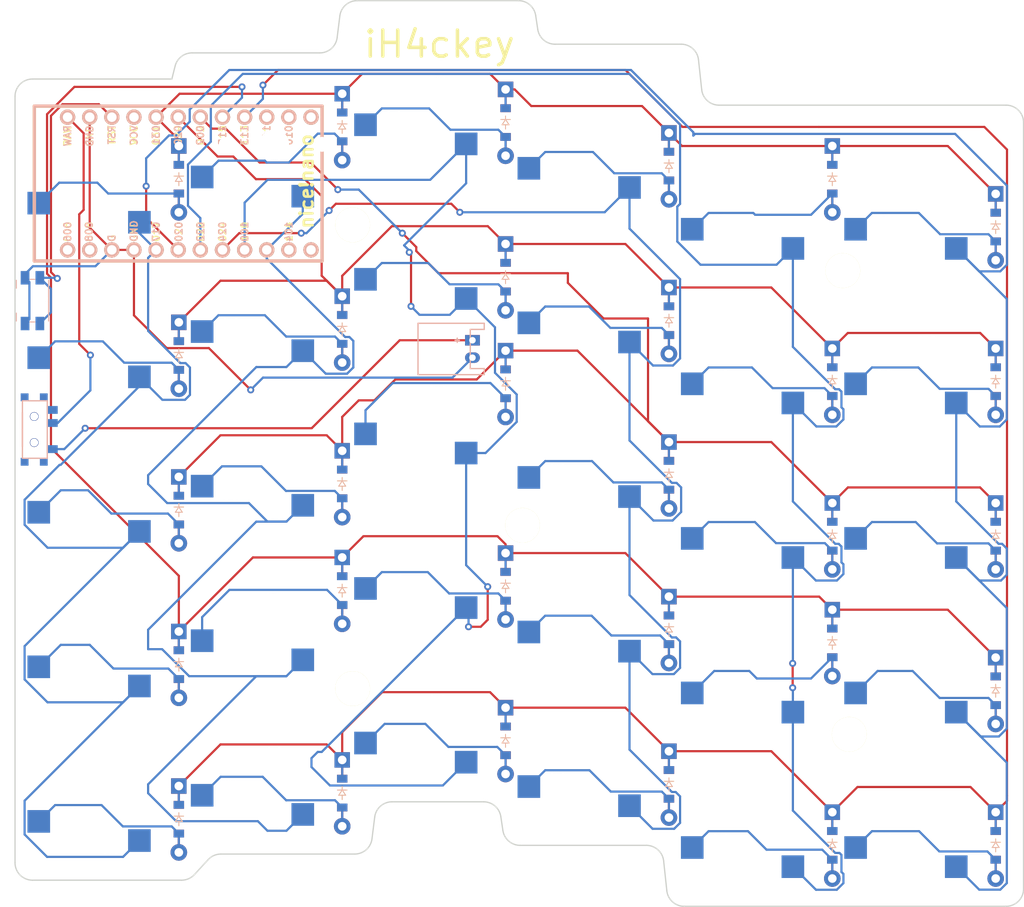
<source format=kicad_pcb>
(kicad_pcb (version 20240108) (generator "pcbnew") (generator_version "8.0")
  (title_block (title "right") (rev "v1.0.0") (company "Unknown"))
  (layers (0 "F.Cu" signal) (31 "B.Cu" signal) (34 "B.Paste" user) (35 "F.Paste" user) (36 "B.SilkS" user "B.Silkscreen") (37 "F.SilkS" user "F.Silkscreen") (38 "B.Mask" user) (39 "F.Mask" user) (44 "Edge.Cuts" user))
  (net 0 "")
  (net 1 "P020")
  (net 2 "mirror_first_mod")
  (net 3 "mirror_first_bottom")
  (net 4 "mirror_first_home")
  (net 5 "mirror_first_top")
  (net 6 "mirror_first_num")
  (net 7 "P022")
  (net 8 "mirror_second_mod")
  (net 9 "mirror_second_bottom")
  (net 10 "mirror_second_home")
  (net 11 "mirror_second_top")
  (net 12 "mirror_second_num")
  (net 13 "P024")
  (net 14 "mirror_third_mod")
  (net 15 "mirror_third_bottom")
  (net 16 "mirror_third_home")
  (net 17 "mirror_third_top")
  (net 18 "mirror_third_num")
  (net 19 "P100")
  (net 20 "mirror_fourth_mod")
  (net 21 "mirror_fourth_bottom")
  (net 22 "mirror_fourth_home")
  (net 23 "mirror_fourth_top")
  (net 24 "mirror_fourth_num")
  (net 25 "P011")
  (net 26 "mirror_fifth_mod")
  (net 27 "mirror_fifth_bottom")
  (net 28 "mirror_fifth_home")
  (net 29 "mirror_fifth_top")
  (net 30 "mirror_fifth_num")
  (net 31 "P017")
  (net 32 "mirror_sixth_mod")
  (net 33 "mirror_sixth_bottom")
  (net 34 "mirror_sixth_home")
  (net 35 "mirror_sixth_top")
  (net 36 "mirror_sixth_num")
  (net 37 "P113")
  (net 38 "P115")
  (net 39 "P002")
  (net 40 "P029")
  (net 41 "P031")
  (net 42 "RAW")
  (net 43 "GND")
  (net 44 "RST")
  (net 45 "VCC")
  (net 46 "P111")
  (net 47 "P010")
  (net 48 "P009")
  (net 49 "P006")
  (net 50 "P008")
  (net 51 "P104")
  (net 52 "P106")
  (net 53 "pos")
  (footprint "E73:SPDT_C128955" (layer "F.Cu") (at 244.95 105.75 90)
    (property "Reference" "T1" (hide yes))
    (property "Value" "" (hide yes))
  )
  (footprint "ComboDiode" (layer "F.Cu") (at 317.8 146.5 -90)
    (property "Reference" "D9" (hide yes))
    (property "Value" "" (hide yes))
  )
  (footprint "PG1350" (layer "F.Cu") (at 328.75 96.75 180)
    (property "Reference" "S9" (hide yes))
    (property "Value" "" (hide yes))
  )
  (footprint "ComboDiode" (layer "F.Cu") (at 355.3 100.25 -90)
    (property "Reference" "D4" (hide yes))
    (property "Value" "" (hide yes))
  )
  (footprint "PG1350" (layer "F.Cu") (at 328.75 150 180)
    (property "Reference" "S6" (hide yes))
    (property "Value" "" (hide yes))
  )
  (footprint "ComboDiode" (layer "F.Cu") (at 280.3 94.25 -90)
    (property "Reference" "D20" (hide yes))
    (property "Value" "" (hide yes))
  )
  (footprint "PG1350" (layer "F.Cu") (at 310 107.5 180)
    (property "Reference" "S13" (hide yes))
    (property "Value" "" (hide yes))
  )
  (footprint "HOLE_M2_TH" (layer "F.Cu") (at 281.5 135.5)
    (property "Reference" "")
    (property "Value" "")
  )
  (footprint "PG1350" (layer "F.Cu") (at 253.75 93.75 180)
    (property "Reference" "S29" (hide yes))
    (property "Value" "" (hide yes))
  )
  (footprint "PG1350" (layer "F.Cu") (at 291.25 120.25 180)
    (property "Reference" "S17" (hide yes))
    (property "Value" "" (hide yes))
  )
  (footprint "ComboDiode" (layer "F.Cu") (at 355.3 82.5 -90)
    (property "Reference" "D5" (hide yes))
    (property "Value" "" (hide yes))
  )
  (footprint "ComboDiode" (layer "F.Cu") (at 317.8 75.5 -90)
    (property "Reference" "D13" (hide yes))
    (property "Value" "" (hide yes))
  )
  (footprint "ComboDiode" (layer "F.Cu") (at 299.05 123.75 -90)
    (property "Reference" "D15" (hide yes))
    (property "Value" "" (hide yes))
  )
  (footprint "ComboDiode" (layer "F.Cu") (at 336.55 153.5 -90)
    (property "Reference" "D6" (hide yes))
    (property "Value" "" (hide yes))
  )
  (footprint "HOLE_M2_TH" (layer "F.Cu") (at 301 116.75)
    (property "Reference" "")
    (property "Value" "")
  )
  (footprint "ComboDiode" (layer "F.Cu") (at 299.05 88.25 -90)
    (property "Reference" "D16" (hide yes))
    (property "Value" "" (hide yes))
  )
  (footprint "ComboDiode" (layer "F.Cu") (at 299.05 141.5 -90)
    (property "Reference" "D14" (hide yes))
    (property "Value" "" (hide yes))
  )
  (footprint "PG1350" (layer "F.Cu") (at 310 72 180)
    (property "Reference" "S15" (hide yes))
    (property "Value" "" (hide yes))
  )
  (footprint "ComboDiode" (layer "F.Cu") (at 336.55 130.25 -90)
    (property "Reference" "D25" (hide yes))
    (property "Value" "" (hide yes))
  )
  (footprint "ComboDiode" (layer "F.Cu") (at 299.05 70.5 -90)
    (property "Reference" "D17" (hide yes))
    (property "Value" "" (hide yes))
  )
  (footprint "ComboDiode" (layer "F.Cu") (at 355.3 153.5 -90)
    (property "Reference" "D1" (hide yes))
    (property "Value" "" (hide yes))
  )
  (footprint "PG1350" (layer "F.Cu") (at 347.5 114.5 180)
    (property "Reference" "S3" (hide yes))
    (property "Value" "" (hide yes))
  )
  (footprint "ComboDiode" (layer "F.Cu") (at 280.3 147.5 -90)
    (property "Reference" "D18" (hide yes))
    (property "Value" "" (hide yes))
  )
  (footprint "ComboDiode" (layer "F.Cu") (at 355.3 118 -90)
    (property "Reference" "D3" (hide yes))
    (property "Value" "" (hide yes))
  )
  (footprint "PG1350" (layer "F.Cu") (at 310 125.25 180)
    (property "Reference" "S12" (hide yes))
    (property "Value" "" (hide yes))
  )
  (footprint "ComboDiode" (layer "F.Cu") (at 261.55 115 -90)
    (property "Reference" "D23" (hide yes))
    (property "Value" "" (hide yes))
  )
  (footprint "PG1350" (layer "F.Cu") (at 347.5 132.25 180)
    (property "Reference" "S2" (hide yes))
    (property "Value" "" (hide yes))
  )
  (footprint "PG1350" (layer "F.Cu") (at 310 143 180)
    (property "Reference" "S11" (hide yes))
    (property "Value" "" (hide yes))
  )
  (footprint "PG1350" (layer "F.Cu") (at 347.5 79 180)
    (property "Reference" "S5" (hide yes))
    (property "Value" "" (hide yes))
  )
  (footprint "PG1350" (layer "F.Cu") (at 291.25 102.5 180)
    (property "Reference" "S18" (hide yes))
    (property "Value" "" (hide yes))
  )
  (footprint "PG1350" (layer "F.Cu") (at 310 89.75 180)
    (property "Reference" "S14" (hide yes))
    (property "Value" "" (hide yes))
  )
  (footprint "Panasonic_EVQPUL_EVQPUC" (layer "F.Cu") (at 244.75 90.95 90)
    (property "Reference" "B1" (hide yes))
    (property "Value" "Panasonic_EVQPUL_EVQPUC" (hide yes))
  )
  (footprint "ComboDiode" (layer "F.Cu") (at 317.8 111 -90)
    (property "Reference" "D11" (hide yes))
    (property "Value" "" (hide yes))
  )
  (footprint "ComboDiode" (layer "F.Cu") (at 261.55 150.5 -90)
    (property "Reference" "D21" (hide yes))
    (property "Value" "" (hide yes))
  )
  (footprint "PG1350" (layer "F.Cu") (at 253.75 129.25 180)
    (property "Reference" "S27" (hide yes))
    (property "Value" "" (hide yes))
  )
  (footprint "HOLE_M2_TH" (layer "F.Cu") (at 281.5 82.25)
    (property "Reference" "")
    (property "Value" "")
  )
  (footprint "PG1350" (layer "F.Cu") (at 291.25 84.75 180)
    (property "Reference" "S19" (hide yes))
    (property "Value" "" (hide yes))
  )
  (footprint "PG1350" (layer "F.Cu") (at 272.5 108.5 180)
    (property "Reference" "S23" (hide yes))
    (property "Value" "" (hide yes))
  )
  (footprint "ComboDiode" (layer "F.Cu") (at 317.8 93.25 -90)
    (property "Reference" "D12" (hide yes))
    (property "Value" "" (hide yes))
  )
  (footprint "ComboDiode" (layer "F.Cu") (at 280.3 71 -90)
    (property "Reference" "D29" (hide yes))
    (property "Value" "" (hide yes))
  )
  (footprint "nice_nano" (layer "F.Cu") (at 262.75 77.5)
    (property "Reference" "MCU1" (hide yes))
    (property "Value" "nice_nano" (hide yes))
  )
  (footprint "PG1350" (layer "F.Cu") (at 328.75 114.5 180)
    (property "Reference" "S8" (hide yes))
    (property "Value" "" (hide yes))
  )
  (footprint "ComboDiode" (layer "F.Cu") (at 261.55 97.25 -90)
    (property "Reference" "D24" (hide yes))
    (property "Value" "" (hide yes))
  )
  (footprint "HOLE_M2_TH" (layer "F.Cu") (at 337.75 87.5)
    (property "Reference" "")
    (property "Value" "")
  )
  (footprint "ComboDiode" (layer "F.Cu") (at 280.3 112 -90)
    (property "Reference" "D19" (hide yes))
    (property "Value" "" (hide yes))
  )
  (footprint "PG1350" (layer "F.Cu") (at 253.75 147 180)
    (property "Reference" "S26" (hide yes))
    (property "Value" "" (hide yes))
  )
  (footprint "ComboDiode" (layer "F.Cu") (at 280.3 124.25 -90)
    (property "Reference" "D28" (hide yes))
    (property "Value" "" (hide yes))
  )
  (footprint "PG1350" (layer "F.Cu") (at 272.5 126.25 180)
    (property "Reference" "S22" (hide yes))
    (property "Value" "" (hide yes))
  )
  (footprint "PG1350" (layer "F.Cu") (at 291.25 67 180)
    (property "Reference" "S20" (hide yes))
    (property "Value" "" (hide yes))
  )
  (footprint "PG1350" (layer "F.Cu") (at 347.5 150 180)
    (property "Reference" "S1" (hide yes))
    (property "Value" "" (hide yes))
  )
  (footprint "ComboDiode" (layer "F.Cu") (at 261.55 132.75 -90)
    (property "Reference" "D22" (hide yes))
    (property "Value" "" (hide yes))
  )
  (footprint "JST_PH_S2B-PH-K_02x2.00mm_Angled" (layer "F.Cu") (at 295.25 96.5 -90)
    (property "Reference" "JST1" (hide yes))
    (property "Value" "" (hide yes))
  )
  (footprint "ComboDiode" (layer "F.Cu") (at 299.05 100.5 -90)
    (property "Reference" "D27" (hide yes))
    (property "Value" "" (hide yes))
  )
  (footprint "ComboDiode" (layer "F.Cu") (at 336.55 100.25 -90)
    (property "Reference" "D8" (hide yes))
    (property "Value" "" (hide yes))
  )
  (footprint "PG1350" (layer "F.Cu") (at 328.75 132.25 180)
    (property "Reference" "S7" (hide yes))
    (property "Value" "" (hide yes))
  )
  (footprint "HOLE_M2_TH" (layer "F.Cu") (at 338.5 140.75)
    (property "Reference" "")
    (property "Value" "")
  )
  (footprint "ComboDiode" (layer "F.Cu") (at 261.55 77 -90)
    (property "Reference" "D30" (hide yes))
    (property "Value" "" (hide yes))
  )
  (footprint "ComboDiode" (layer "F.Cu") (at 336.55 118 -90)
    (property "Reference" "D7" (hide yes))
    (property "Value" "" (hide yes))
  )
  (footprint "PG1350" (layer "F.Cu") (at 253.75 111.5 180)
    (property "Reference" "S28" (hide yes))
    (property "Value" "" (hide yes))
  )
  (footprint "ComboDiode" (layer "F.Cu") (at 317.8 128.75 -90)
    (property "Reference" "D10" (hide yes))
    (property "Value" "" (hide yes))
  )
  (footprint "PG1350" (layer "F.Cu") (at 347.5 96.75 180)
    (property "Reference" "S4" (hide yes))
    (property "Value" "" (hide yes))
  )
  (footprint "PG1350" (layer "F.Cu") (at 328.75 79 180)
    (property "Reference" "S10" (hide yes))
    (property "Value" "" (hide yes))
  )
  (footprint "ComboDiode" (layer "F.Cu") (at 336.55 77 -90)
    (property "Reference" "D26" (hide yes))
    (property "Value" "" (hide yes))
  )
  (footprint "PG1350" (layer "F.Cu") (at 253.75 76 180)
    (property "Reference" "S30" (hide yes))
    (property "Value" "" (hide yes))
  )
  (footprint "PG1350" (layer "F.Cu") (at 291.25 138 180)
    (property "Reference" "S16" (hide yes))
    (property "Value" "" (hide yes))
  )
  (footprint "ComboDiode" (layer "F.Cu") (at 355.3 135.75 -90)
    (property "Reference" "D2" (hide yes))
    (property "Value" "" (hide yes))
  )
  (footprint "PG1350" (layer "F.Cu") (at 272.5 90.75 180)
    (property "Reference" "S24" (hide yes))
    (property "Value" "" (hide yes))
  )
  (footprint "PG1350" (layer "F.Cu") (at 272.5 73 180)
    (property "Reference" "S25" (hide yes))
    (property "Value" "" (hide yes))
  )
  (footprint "PG1350" (layer "F.Cu") (at 272.5 144 180)
    (property "Reference" "S21" (hide yes))
    (property "Value" "" (hide yes))
  )
  (gr_line (start 356.5 68.5) (end 323.547161 68.5) (stroke (width 0.15)) (layer "Edge.Cuts"))
  (gr_arc (start 315.202839 153.5) (mid 316.539601 154.012362) (end 317.191457 155.286934) (stroke (width 0.15)) (layer "Edge.Cuts"))
  (gr_arc (start 263.344505 156.851449) (mid 262.675523 157.330696) (end 261.870197 157.5) (stroke (width 0.15)) (layer "Edge.Cuts"))
  (gr_arc (start 323.547161 68.5) (mid 322.210399 67.987638) (end 321.558543 66.713066) (stroke (width 0.15)) (layer "Edge.Cuts"))
  (gr_line (start 358.5 158.5) (end 358.5 70.5) (stroke (width 0.15)) (layer "Edge.Cuts"))
  (gr_line (start 266.379803 154.5) (end 281.734436 154.5) (stroke (width 0.15)) (layer "Edge.Cuts"))
  (gr_line (start 261.121233 64.014868) (end 260.7499 65.5) (stroke (width 0.15)) (layer "Edge.Cuts"))
  (gr_line (start 298.505498 150.203319) (end 298.744502 151.796681) (stroke (width 0.15)) (layer "Edge.Cuts"))
  (gr_arc (start 280.031008 58.251931) (mid 280.691959 57.000644) (end 282.015564 56.5) (stroke (width 0.15)) (layer "Edge.Cuts"))
  (gr_arc (start 279.718992 60.748069) (mid 279.058041 61.999356) (end 277.734436 62.5) (stroke (width 0.15)) (layer "Edge.Cuts"))
  (gr_arc (start 319.202839 61.5) (mid 320.539601 62.012362) (end 321.191457 63.286934) (stroke (width 0.15)) (layer "Edge.Cuts"))
  (gr_arc (start 244.75 157.5) (mid 243.335786 156.914214) (end 242.75 155.5) (stroke (width 0.15)) (layer "Edge.Cuts"))
  (gr_arc (start 358.5 158.5) (mid 357.914214 159.914214) (end 356.5 160.5) (stroke (width 0.15)) (layer "Edge.Cuts"))
  (gr_arc (start 296.527625 148.5) (mid 297.832738 148.98452) (end 298.505498 150.203319) (stroke (width 0.15)) (layer "Edge.Cuts"))
  (gr_arc (start 242.75 67.5) (mid 243.335786 66.085786) (end 244.75 65.5) (stroke (width 0.15)) (layer "Edge.Cuts"))
  (gr_line (start 319.547161 160.5) (end 356.5 160.5) (stroke (width 0.15)) (layer "Edge.Cuts"))
  (gr_arc (start 319.547161 160.5) (mid 318.210399 159.987638) (end 317.558543 158.713066) (stroke (width 0.15)) (layer "Edge.Cuts"))
  (gr_line (start 286.015564 148.5) (end 296.527625 148.5) (stroke (width 0.15)) (layer "Edge.Cuts"))
  (gr_arc (start 300.722375 153.5) (mid 299.417262 153.01548) (end 298.744502 151.796681) (stroke (width 0.15)) (layer "Edge.Cuts"))
  (gr_arc (start 300.527625 56.5) (mid 301.832738 56.98452) (end 302.505498 58.203319) (stroke (width 0.15)) (layer "Edge.Cuts"))
  (gr_arc (start 356.5 68.5) (mid 357.914214 69.085786) (end 358.5 70.5) (stroke (width 0.15)) (layer "Edge.Cuts"))
  (gr_line (start 300.722375 153.5) (end 315.202839 153.5) (stroke (width 0.15)) (layer "Edge.Cuts"))
  (gr_arc (start 283.718992 152.748069) (mid 283.058041 153.999356) (end 281.734436 154.5) (stroke (width 0.15)) (layer "Edge.Cuts"))
  (gr_arc (start 284.031008 150.251931) (mid 284.691959 149.000644) (end 286.015564 148.5) (stroke (width 0.15)) (layer "Edge.Cuts"))
  (gr_line (start 242.75 67.5) (end 242.75 155.5) (stroke (width 0.15)) (layer "Edge.Cuts"))
  (gr_line (start 283.718991 152.748069) (end 284.031009 150.251931) (stroke (width 0.15)) (layer "Edge.Cuts"))
  (gr_line (start 317.191457 155.286934) (end 317.558543 158.713066) (stroke (width 0.15)) (layer "Edge.Cuts"))
  (gr_line (start 277.734436 62.5) (end 263.061502 62.5) (stroke (width 0.15)) (layer "Edge.Cuts"))
  (gr_line (start 321.558543 66.713066) (end 321.191457 63.286934) (stroke (width 0.15)) (layer "Edge.Cuts"))
  (gr_arc (start 304.722375 61.5) (mid 303.417262 61.01548) (end 302.744502 59.796681) (stroke (width 0.15)) (layer "Edge.Cuts"))
  (gr_arc (start 264.905495 155.148551) (mid 265.574477 154.669304) (end 266.379803 154.5) (stroke (width 0.15)) (layer "Edge.Cuts"))
  (gr_line (start 260.7499 65.5) (end 244.75 65.5) (stroke (width 0.15)) (layer "Edge.Cuts"))
  (gr_line (start 302.744502 59.796681) (end 302.505498 58.203319) (stroke (width 0.15)) (layer "Edge.Cuts"))
  (gr_line (start 263.344505 156.851449) (end 264.905495 155.148551) (stroke (width 0.15)) (layer "Edge.Cuts"))
  (gr_line (start 319.202839 61.5) (end 304.722375 61.5) (stroke (width 0.15)) (layer "Edge.Cuts"))
  (gr_line (start 280.031009 58.251931) (end 279.718991 60.748069) (stroke (width 0.15)) (layer "Edge.Cuts"))
  (gr_line (start 244.75 157.5) (end 261.870197 157.5) (stroke (width 0.15)) (layer "Edge.Cuts"))
  (gr_line (start 300.527625 56.5) (end 282.015564 56.5) (stroke (width 0.15)) (layer "Edge.Cuts"))
  (gr_arc (start 261.121232 64.014868) (mid 261.830702 62.92357) (end 263.061502 62.5) (stroke (width 0.15)) (layer "Edge.Cuts"))
  (gr_text "iH4ckey" (at 282.55 61.5 0) (layer "F.SilkS") (effects (font (size 3 3) (thickness 0.4)) (justify left)))
  (segment (start 257.8 77.8) (end 257.8 81.44) (width 0.25) (layer "F.Cu") (net 1))
  (segment (start 257.8 81.44) (end 261.48 85.12) (width 0.25) (layer "F.Cu") (net 1))
  (via (at 257.8 77.8) (size 0.8) (drill 0.4) (layers "F.Cu" "B.Cu") (net 1))
  (segment (start 356.5775 104.589158) (end 355.766658 105.4) (width 0.25) (layer "B.Cu") (net 1))
  (segment (start 355.641316 118.875) (end 356.03462 118.875) (width 0.25) (layer "B.Cu") (net 1))
  (segment (start 350.775 84.95) (end 356.5775 90.7525) (width 0.25) (layer "B.Cu") (net 1))
  (segment (start 356.03462 118.875) (end 356.5775 119.41788) (width 0.25) (layer "B.Cu") (net 1))
  (segment (start 320.6 72) (end 320.6 71.615984) (width 0.25) (layer "B.Cu") (net 1))
  (segment (start 320.6 71.615984) (end 313.444516 64.4605) (width 0.25) (layer "B.Cu") (net 1))
  (segment (start 350.775 120.45) (end 356.5775 126.2525) (width 0.25) (layer "B.Cu") (net 1))
  (segment (start 356.6 86.816658) (end 356.6 77.75238) (width 0.25) (layer "B.Cu") (net 1))
  (segment (start 356.5775 90.7525) (end 356.5775 104.589158) (width 0.25) (layer "B.Cu") (net 1))
  (segment (start 353.4125 158.5875) (end 350.775 155.95) (width 0.25) (layer "B.Cu") (net 1))
  (segment (start 356.5775 119.41788) (end 356.5775 122.4225) (width 0.25) (layer "B.Cu") (net 1))
  (segment (start 261.224 71.976) (end 260.424 71.976) (width 0.25) (layer "B.Cu") (net 1))
  (segment (start 356.5775 126.2525) (end 356.5775 140.089158) (width 0.25) (layer "B.Cu") (net 1))
  (segment (start 353.475 105.4) (end 350.775 102.7) (width 0.25) (layer "B.Cu") (net 1))
  (segment (start 355.829158 87.5875) (end 356.6 86.816658) (width 0.25) (layer "B.Cu") (net 1))
  (segment (start 356.5775 140.089158) (end 355.666658 141) (width 0.25) (layer "B.Cu") (net 1))
  (segment (start 350.64762 71.8) (end 320.8 71.8) (width 0.25) (layer "B.Cu") (net 1))
  (segment (start 353.575 141) (end 350.775 138.2) (width 0.25) (layer "B.Cu") (net 1))
  (segment (start 356.6 77.75238) (end 350.64762 71.8) (width 0.25) (layer "B.Cu") (net 1))
  (segment (start 262.8 69) (end 262.8 70.4) (width 0.25) (layer "B.Cu") (net 1))
  (segment (start 356.5775 144.0025) (end 356.5775 157.839158) (width 0.25) (layer "B.Cu") (net 1))
  (segment (start 260.424 71.976) (end 257.8 74.6) (width 0.25) (layer "B.Cu") (net 1))
  (segment (start 350.775 138.2) (end 356.5775 144.0025) (width 0.25) (layer "B.Cu") (net 1))
  (segment (start 353.4125 87.5875) (end 355.829158 87.5875) (width 0.25) (layer "B.Cu") (net 1))
  (segment (start 350.775 114.008684) (end 355.641316 118.875) (width 0.25) (layer "B.Cu") (net 1))
  (segment (start 313.444516 64.4605) (end 267.3395 64.4605) (width 0.25) (layer "B.Cu") (net 1))
  (segment (start 320.8 71.8) (end 320.6 72) (width 0.25) (layer "B.Cu") (net 1))
  (segment (start 267.3395 64.4605) (end 262.8 69) (width 0.25) (layer "B.Cu") (net 1))
  (segment (start 353.4125 123.0875) (end 350.775 120.45) (width 0.25) (layer "B.Cu") (net 1))
  (segment (start 356.5775 157.839158) (end 355.829158 158.5875) (width 0.25) (layer "B.Cu") (net 1))
  (segment (start 355.666658 141) (end 353.575 141) (width 0.25) (layer "B.Cu") (net 1))
  (segment (start 262.8 70.4) (end 261.224 71.976) (width 0.25) (layer "B.Cu") (net 1))
  (segment (start 356.5775 122.4225) (end 355.9125 123.0875) (width 0.25) (layer "B.Cu") (net 1))
  (segment (start 355.829158 158.5875) (end 353.4125 158.5875) (width 0.25) (layer "B.Cu") (net 1))
  (segment (start 350.775 84.95) (end 353.4125 87.5875) (width 0.25) (layer "B.Cu") (net 1))
  (segment (start 257.8 74.6) (end 257.8 77.8) (width 0.25) (layer "B.Cu") (net 1))
  (segment (start 350.775 102.7) (end 350.775 114.008684) (width 0.25) (layer "B.Cu") (net 1))
  (segment (start 355.9125 123.0875) (end 353.4125 123.0875) (width 0.25) (layer "B.Cu") (net 1))
  (segment (start 355.766658 105.4) (end 353.475 105.4) (width 0.25) (layer "B.Cu") (net 1))
  (segment (start 355.3 157.31) (end 355.3 155.15) (width 0.25) (layer "F.Cu") (net 2))
  (segment (start 339.225 153.75) (end 341.1 151.875) (width 0.25) (layer "B.Cu") (net 2))
  (segment (start 354.35 154.2) (end 355.3 155.15) (width 0.25) (layer "B.Cu") (net 2))
  (segment (start 341.1 151.875) (end 346.50962 151.875) (width 0.25) (layer "B.Cu") (net 2))
  (segment (start 346.50962 151.875) (end 348.83462 154.2) (width 0.25) (layer "B.Cu") (net 2))
  (segment (start 348.83462 154.2) (end 354.35 154.2) (width 0.25) (layer "B.Cu") (net 2))
  (segment (start 355.3 157.31) (end 355.3 155.15) (width 0.25) (layer "B.Cu") (net 2))
  (segment (start 355.3 139.56) (end 355.3 137.4) (width 0.25) (layer "F.Cu") (net 3))
  (segment (start 355.3 139.56) (end 355.3 137.4) (width 0.25) (layer "B.Cu") (net 3))
  (segment (start 348.870001 136.575) (end 354.475 136.575) (width 0.25) (layer "B.Cu") (net 3))
  (segment (start 354.475 136.575) (end 355.3 137.4) (width 0.25) (layer "B.Cu") (net 3))
  (segment (start 339.225 136) (end 341.7491 133.4759) (width 0.25) (layer "B.Cu") (net 3))
  (segment (start 341.7491 133.4759) (end 345.770901 133.4759) (width 0.25) (layer "B.Cu") (net 3))
  (segment (start 345.770901 133.4759) (end 348.870001 136.575) (width 0.25) (layer "B.Cu") (net 3))
  (segment (start 355.3 121.81) (end 355.3 119.65) (width 0.25) (layer "F.Cu") (net 4))
  (segment (start 354.475 118.825) (end 355.3 119.65) (width 0.25) (layer "B.Cu") (net 4))
  (segment (start 355.3 121.81) (end 355.3 119.65) (width 0.25) (layer "B.Cu") (net 4))
  (segment (start 346.125 116.375) (end 348.575 118.825) (width 0.25) (layer "B.Cu") (net 4))
  (segment (start 339.225 118.25) (end 341.1 116.375) (width 0.25) (layer "B.Cu") (net 4))
  (segment (start 348.575 118.825) (end 354.475 118.825) (width 0.25) (layer "B.Cu") (net 4))
  (segment (start 341.1 116.375) (end 346.125 116.375) (width 0.25) (layer "B.Cu") (net 4))
  (segment (start 355.3 104.06) (end 355.3 101.9) (width 0.25) (layer "F.Cu") (net 5))
  (segment (start 339.225 100.5) (end 341.1 98.625) (width 0.25) (layer "B.Cu") (net 5))
  (segment (start 346.425 98.625) (end 348.875 101.075) (width 0.25) (layer "B.Cu") (net 5))
  (segment (start 348.875 101.075) (end 354.475 101.075) (width 0.25) (layer "B.Cu") (net 5))
  (segment (start 355.3 104.06) (end 355.3 101.9) (width 0.25) (layer "B.Cu") (net 5))
  (segment (start 354.475 101.075) (end 355.3 101.9) (width 0.25) (layer "B.Cu") (net 5))
  (segment (start 341.1 98.625) (end 346.425 98.625) (width 0.25) (layer "B.Cu") (net 5))
  (segment (start 355.3 86.31) (end 355.3 84.15) (width 0.25) (layer "F.Cu") (net 6))
  (segment (start 348.925 83.325) (end 354.475 83.325) (width 0.25) (layer "B.Cu") (net 6))
  (segment (start 341.1 80.875) (end 346.475 80.875) (width 0.25) (layer "B.Cu") (net 6))
  (segment (start 346.475 80.875) (end 348.925 83.325) (width 0.25) (layer "B.Cu") (net 6))
  (segment (start 339.225 82.75) (end 341.1 80.875) (width 0.25) (layer "B.Cu") (net 6))
  (segment (start 354.475 83.325) (end 355.3 84.15) (width 0.25) (layer "B.Cu") (net 6))
  (segment (start 355.3 86.31) (end 355.3 84.15) (width 0.25) (layer "B.Cu") (net 6))
  (segment (start 332 132.6) (end 332 135.4) (width 0.25) (layer "F.Cu") (net 7))
  (via (at 332 135.4) (size 0.8) (drill 0.4) (layers "F.Cu" "B.Cu") (net 7))
  (via (at 332 132.6) (size 0.8) (drill 0.4) (layers "F.Cu" "B.Cu") (net 7))
  (segment (start 334.675 158.6) (end 332.025 155.95) (width 0.25) (layer "B.Cu") (net 7))
  (segment (start 337.8275 121.2275) (end 337.8275 122.339158) (width 0.25) (layer "B.Cu") (net 7))
  (segment (start 332.025 120.45) (end 332.025 132.575) (width 0.25) (layer "B.Cu") (net 7))
  (segment (start 330.15 86.825) (end 321.425 86.825) (width 0.25) (layer "B.Cu") (net 7))
  (segment (start 337.6 101.4) (end 337.6 103.2) (width 0.25) (layer "B.Cu") (net 7))
  (segment (start 337.375 154.375) (end 337.6 154.6) (width 0.25) (layer "B.Cu") (net 7))
  (segment (start 332.025 149.508684) (end 336.891316 154.375) (width 0.25) (layer "B.Cu") (net 7))
  (segment (start 337.6 119.19038) (end 337.6 121) (width 0.25) (layer "B.Cu") (net 7))
  (segment (start 334.6625 123.0875) (end 332.025 120.45) (width 0.25) (layer "B.Cu") (net 7))
  (segment (start 337.325 101.125) (end 337.6 101.4) (width 0.25) (layer "B.Cu") (net 7))
  (segment (start 337.6 154.6) (end 337.6 156.553342) (width 0.25) (layer "B.Cu") (net 7))
  (segment (start 268.8895 64.9105) (end 265.2213 68.5787) (width 0.25) (layer "B.Cu") (net 7))
  (segment (start 265.2213 72.69408) (end 262.6 75.31538) (width 0.25) (layer "B.Cu") (net 7))
  (segment (start 319.0775 70.72988) (end 313.25812 64.9105) (width 0.25) (layer "B.Cu") (net 7))
  (segment (start 332.025 138.2) (end 332.025 149.508684) (width 0.25) (layer "B.Cu") (net 7))
  (segment (start 336.891316 101.125) (end 337.325 101.125) (width 0.25) (layer "B.Cu") (net 7))
  (segment (start 332.025 132.575) (end 332 132.6) (width 0.25) (layer "B.Cu") (net 7))
  (segment (start 321.425 86.825) (end 318.758329 84.158329) (width 0.25) (layer "B.Cu") (net 7))
  (segment (start 264.02 81.473342) (end 264.02 85.12) (width 0.25) (layer "B.Cu") (net 7))
  (segment (start 332.025 84.95) (end 332.025 96.258684) (width 0.25) (layer "B.Cu") (net 7))
  (segment (start 318.758329 80.158329) (end 319.0775 79.839158) (width 0.25) (layer "B.Cu") (net 7))
  (segment (start 334.725 105.4) (end 332.025 102.7) (width 0.25) (layer "B.Cu") (net 7))
  (segment (start 318.758329 84.158329) (end 318.758329 80.158329) (width 0.25) (layer "B.Cu") (net 7))
  (segment (start 262.6 75.31538) (end 262.6 80.053342) (width 0.25) (layer "B.Cu") (net 7))
  (segment (start 337.6 156.553342) (end 337.8275 156.780842) (width 0.25) (layer "B.Cu") (net 7))
  (segment (start 332.025 135.425) (end 332.025 138.2) (width 0.25) (layer "B.Cu") (net 7))
  (segment (start 332.025 114.008684) (end 336.891316 118.875) (width 0.25) (layer "B.Cu") (net 7))
  (segment (start 337.8275 104.589158) (end 337.016658 105.4) (width 0.25) (layer "B.Cu") (net 7))
  (segment (start 336.891316 154.375) (end 337.375 154.375) (width 0.25) (layer "B.Cu") (net 7))
  (segment (start 332 135.4) (end 332.025 135.425) (width 0.25) (layer "B.Cu") (net 7))
  (segment (start 262.6 80.053342) (end 264.02 81.473342) (width 0.25) (layer "B.Cu") (net 7))
  (segment (start 332.025 96.258684) (end 336.891316 101.125) (width 0.25) (layer "B.Cu") (net 7))
  (segment (start 332.025 84.95) (end 330.15 86.825) (width 0.25) (layer "B.Cu") (net 7))
  (segment (start 319.0775 79.839158) (end 319.0775 70.72988) (width 0.25) (layer "B.Cu") (net 7))
  (segment (start 337.8275 122.339158) (end 337.079158 123.0875) (width 0.25) (layer "B.Cu") (net 7))
  (segment (start 265.2213 68.5787) (end 265.2213 72.69408) (width 0.25) (layer "B.Cu") (net 7))
  (segment (start 313.25812 64.9105) (end 268.8895 64.9105) (width 0.25) (layer "B.Cu") (net 7))
  (segment (start 337.6 103.2) (end 337.8275 103.4275) (width 0.25) (layer "B.Cu") (net 7))
  (segment (start 337.8275 157.839158) (end 337.066658 158.6) (width 0.25) (layer "B.Cu") (net 7))
  (segment (start 337.6 121) (end 337.8275 121.2275) (width 0.25) (layer "B.Cu") (net 7))
  (segment (start 337.28462 118.875) (end 337.6 119.19038) (width 0.25) (layer "B.Cu") (net 7))
  (segment (start 337.079158 123.0875) (end 334.6625 123.0875) (width 0.25) (layer "B.Cu") (net 7))
  (segment (start 337.8275 103.4275) (end 337.8275 104.589158) (width 0.25) (layer "B.Cu") (net 7))
  (segment (start 337.066658 158.6) (end 334.675 158.6) (width 0.25) (layer "B.Cu") (net 7))
  (segment (start 332.025 102.7) (end 332.025 114.008684) (width 0.25) (layer "B.Cu") (net 7))
  (segment (start 337.8275 156.780842) (end 337.8275 157.839158) (width 0.25) (layer "B.Cu") (net 7))
  (segment (start 337.016658 105.4) (end 334.725 105.4) (width 0.25) (layer "B.Cu") (net 7))
  (segment (start 336.891316 118.875) (end 337.28462 118.875) (width 0.25) (layer "B.Cu") (net 7))
  (segment (start 336.55 157.31) (end 336.55 155.15) (width 0.25) (layer "F.Cu") (net 8))
  (segment (start 335.4 154) (end 336.55 155.15) (width 0.25) (layer "B.Cu") (net 8))
  (segment (start 322.35 151.875) (end 326.875 151.875) (width 0.25) (layer "B.Cu") (net 8))
  (segment (start 326.875 151.875) (end 329 154) (width 0.25) (layer "B.Cu") (net 8))
  (segment (start 320.475 153.75) (end 322.35 151.875) (width 0.25) (layer "B.Cu") (net 8))
  (segment (start 336.55 157.31) (end 336.55 155.15) (width 0.25) (layer "B.Cu") (net 8))
  (segment (start 329 154) (end 335.4 154) (width 0.25) (layer "B.Cu") (net 8))
  (segment (start 336.55 134.06) (end 336.55 131.9) (width 0.25) (layer "F.Cu") (net 9))
  (segment (start 334.1105 134.3395) (end 336.55 131.9) (width 0.25) (layer "B.Cu") (net 9))
  (segment (start 322.9991 133.4759) (end 327.020901 133.4759) (width 0.25) (layer "B.Cu") (net 9))
  (segment (start 320.475 136) (end 322.9991 133.4759) (width 0.25) (layer "B.Cu") (net 9))
  (segment (start 327.884501 134.3395) (end 334.1105 134.3395) (width 0.25) (layer "B.Cu") (net 9))
  (segment (start 336.55 134.06) (end 336.55 131.9) (width 0.25) (layer "B.Cu") (net 9))
  (segment (start 327.020901 133.4759) (end 327.884501 134.3395) (width 0.25) (layer "B.Cu") (net 9))
  (segment (start 336.55 121.81) (end 336.55 119.65) (width 0.25) (layer "F.Cu") (net 10))
  (segment (start 320.475 118.25) (end 322.35 116.375) (width 0.25) (layer "B.Cu") (net 10))
  (segment (start 335.7 118.8) (end 336.55 119.65) (width 0.25) (layer "B.Cu") (net 10))
  (segment (start 327.670001 116.375) (end 330.095001 118.8) (width 0.25) (layer "B.Cu") (net 10))
  (segment (start 336.55 121.81) (end 336.55 119.65) (width 0.25) (layer "B.Cu") (net 10))
  (segment (start 322.35 116.375) (end 327.670001 116.375) (width 0.25) (layer "B.Cu") (net 10))
  (segment (start 330.095001 118.8) (end 335.7 118.8) (width 0.25) (layer "B.Cu") (net 10))
  (segment (start 336.55 104.06) (end 336.55 101.9) (width 0.25) (layer "F.Cu") (net 11))
  (segment (start 329.70165 101) (end 335.65 101) (width 0.25) (layer "B.Cu") (net 11))
  (segment (start 336.55 104.06) (end 336.55 101.9) (width 0.25) (layer "B.Cu") (net 11))
  (segment (start 327.32665 98.625) (end 329.70165 101) (width 0.25) (layer "B.Cu") (net 11))
  (segment (start 322.35 98.625) (end 327.32665 98.625) (width 0.25) (layer "B.Cu") (net 11))
  (segment (start 335.65 101) (end 336.55 101.9) (width 0.25) (layer "B.Cu") (net 11))
  (segment (start 320.475 100.5) (end 322.35 98.625) (width 0.25) (layer "B.Cu") (net 11))
  (segment (start 336.55 80.81) (end 336.55 78.65) (width 0.25) (layer "F.Cu") (net 12))
  (segment (start 320.475 82.75) (end 322.35 80.875) (width 0.25) (layer "B.Cu") (net 12))
  (segment (start 327.475 80.875) (end 327.6895 81.0895) (width 0.25) (layer "B.Cu") (net 12))
  (segment (start 336.55 80.81) (end 336.55 78.65) (width 0.25) (layer "B.Cu") (net 12))
  (segment (start 327.6895 81.0895) (end 334.1105 81.0895) (width 0.25) (layer "B.Cu") (net 12))
  (segment (start 334.1105 81.0895) (end 336.55 78.65) (width 0.25) (layer "B.Cu") (net 12))
  (segment (start 322.35 80.875) (end 327.475 80.875) (width 0.25) (layer "B.Cu") (net 12))
  (segment (start 293.8 80.8) (end 292.825 79.825) (width 0.25) (layer "F.Cu") (net 13))
  (segment (start 279.575 79.825) (end 278.8 80.6) (width 0.25) (layer "F.Cu") (net 13))
  (segment (start 268.48 83.2) (end 266.56 85.12) (width 0.25) (layer "F.Cu") (net 13))
  (segment (start 275.6 83.2) (end 268.48 83.2) (width 0.25) (layer "F.Cu") (net 13))
  (segment (start 292.825 79.825) (end 279.575 79.825) (width 0.25) (layer "F.Cu") (net 13))
  (via (at 293.8 80.8) (size 0.8) (drill 0.4) (layers "F.Cu" "B.Cu") (net 13))
  (via (at 278.8 80.6) (size 0.8) (drill 0.4) (layers "F.Cu" "B.Cu") (net 13))
  (via (at 275.6 83.2) (size 0.8) (drill 0.4) (layers "F.Cu" "B.Cu") (net 13))
  (segment (start 318.675 111.875) (end 319.2 112.4) (width 0.25) (layer "B.Cu") (net 13))
  (segment (start 319.2 112.4) (end 319.2 115.216658) (width 0.25) (layer "B.Cu") (net 13))
  (segment (start 318.141316 147.375) (end 318.575 147.375) (width 0.25) (layer "B.Cu") (net 13))
  (segment (start 318.141316 111.875) (end 318.675 111.875) (width 0.25) (layer "B.Cu") (net 13))
  (segment (start 319.2 115.216658) (end 318.216658 116.2) (width 0.25) (layer "B.Cu") (net 13))
  (segment (start 313.275 77.95) (end 313.275 82.67738) (width 0.25) (layer "B.Cu") (net 13))
  (segment (start 319.0775 130.0775) (end 319.0775 133.1225) (width 0.25) (layer "B.Cu") (net 13))
  (segment (start 313.275 77.95) (end 310.425 80.8) (width 0.25) (layer "B.Cu") (net 13))
  (segment (start 313.275 131.2) (end 313.275 142.508684) (width 0.25) (layer "B.Cu") (net 13))
  (segment (start 278.8 80.6) (end 276.2 83.2) (width 0.25) (layer "B.Cu") (net 13))
  (segment (start 315.975 98.4) (end 313.275 95.7) (width 0.25) (layer "B.Cu") (net 13))
  (segment (start 318.3625 133.8375) (end 315.9125 133.8375) (width 0.25) (layer "B.Cu") (net 13))
  (segment (start 319.0775 147.8775) (end 319.0775 150.9225) (width 0.25) (layer "B.Cu") (net 13))
  (segment (start 318.625 129.625) (end 319.0775 130.0775) (width 0.25) (layer "B.Cu") (net 13))
  (segment (start 316.025 116.2) (end 313.275 113.45) (width 0.25) (layer "B.Cu") (net 13))
  (segment (start 313.275 107.008684) (end 318.141316 111.875) (width 0.25) (layer "B.Cu") (net 13))
  (segment (start 318.575 147.375) (end 319.0775 147.8775) (width 0.25) (layer "B.Cu") (net 13))
  (segment (start 315.925 151.6) (end 313.275 148.95) (width 0.25) (layer "B.Cu") (net 13))
  (segment (start 319.0775 133.1225) (end 318.3625 133.8375) (width 0.25) (layer "B.Cu") (net 13))
  (segment (start 313.275 95.7) (end 313.275 107.008684) (width 0.25) (layer "B.Cu") (net 13))
  (segment (start 319.0775 97.589158) (end 318.266658 98.4) (width 0.25) (layer "B.Cu") (net 13))
  (segment (start 310.425 80.8) (end 293.8 80.8) (width 0.25) (layer "B.Cu") (net 13))
  (segment (start 318.216658 116.2) (end 316.025 116.2) (width 0.25) (layer "B.Cu") (net 13))
  (segment (start 276.2 83.2) (end 275.6 83.2) (width 0.25) (layer "B.Cu") (net 13))
  (segment (start 315.9125 133.8375) (end 313.275 131.2) (width 0.25) (layer "B.Cu") (net 13))
  (segment (start 318.266658 98.4) (end 315.975 98.4) (width 0.25) (layer "B.Cu") (net 13))
  (segment (start 318.4 151.6) (end 315.925 151.6) (width 0.25) (layer "B.Cu") (net 13))
  (segment (start 318.141316 129.625) (end 318.625 129.625) (width 0.25) (layer "B.Cu") (net 13))
  (segment (start 313.275 113.45) (end 313.275 124.758684) (width 0.25) (layer "B.Cu") (net 13))
  (segment (start 313.275 82.67738) (end 319.0775 88.47988) (width 0.25) (layer "B.Cu") (net 13))
  (segment (start 313.275 124.758684) (end 318.141316 129.625) (width 0.25) (layer "B.Cu") (net 13))
  (segment (start 319.0775 88.47988) (end 319.0775 97.589158) (width 0.25) (layer "B.Cu") (net 13))
  (segment (start 319.0775 150.9225) (end 318.4 151.6) (width 0.25) (layer "B.Cu") (net 13))
  (segment (start 313.275 142.508684) (end 318.141316 147.375) (width 0.25) (layer "B.Cu") (net 13))
  (segment (start 317.8 150.31) (end 317.8 148.15) (width 0.25) (layer "F.Cu") (net 14))
  (segment (start 308.675 144.875) (end 311.125 147.325) (width 0.25) (layer "B.Cu") (net 14))
  (segment (start 316.975 147.325) (end 317.8 148.15) (width 0.25) (layer "B.Cu") (net 14))
  (segment (start 317.8 150.31) (end 317.8 148.15) (width 0.25) (layer "B.Cu") (net 14))
  (segment (start 311.125 147.325) (end 316.975 147.325) (width 0.25) (layer "B.Cu") (net 14))
  (segment (start 301.725 146.75) (end 303.6 144.875) (width 0.25) (layer "B.Cu") (net 14))
  (segment (start 303.6 144.875) (end 308.675 144.875) (width 0.25) (layer "B.Cu") (net 14))
  (segment (start 317.8 132.56) (end 317.8 130.4) (width 0.25) (layer "F.Cu") (net 15))
  (segment (start 317.8 132.56) (end 317.8 130.4) (width 0.25) (layer "B.Cu") (net 15))
  (segment (start 301.725 129) (end 303.6 127.125) (width 0.25) (layer "B.Cu") (net 15))
  (segment (start 316.8 129.4) (end 317.8 130.4) (width 0.25) (layer "B.Cu") (net 15))
  (segment (start 311.195001 129.4) (end 316.8 129.4) (width 0.25) (layer "B.Cu") (net 15))
  (segment (start 303.6 127.125) (end 308.920001 127.125) (width 0.25) (layer "B.Cu") (net 15))
  (segment (start 308.920001 127.125) (end 311.195001 129.4) (width 0.25) (layer "B.Cu") (net 15))
  (segment (start 317.8 114.81) (end 317.8 112.65) (width 0.25) (layer "F.Cu") (net 16))
  (segment (start 301.725 111.25) (end 303.6 109.375) (width 0.25) (layer "B.Cu") (net 16))
  (segment (start 311.425 111.825) (end 316.975 111.825) (width 0.25) (layer "B.Cu") (net 16))
  (segment (start 303.6 109.375) (end 308.975 109.375) (width 0.25) (layer "B.Cu") (net 16))
  (segment (start 317.8 114.81) (end 317.8 112.65) (width 0.25) (layer "B.Cu") (net 16))
  (segment (start 316.975 111.825) (end 317.8 112.65) (width 0.25) (layer "B.Cu") (net 16))
  (segment (start 308.975 109.375) (end 311.425 111.825) (width 0.25) (layer "B.Cu") (net 16))
  (segment (start 317.8 97.06) (end 317.8 94.9) (width 0.25) (layer "F.Cu") (net 17))
  (segment (start 311.075 94.075) (end 316.975 94.075) (width 0.25) (layer "B.Cu") (net 17))
  (segment (start 303.6 91.625) (end 308.625 91.625) (width 0.25) (layer "B.Cu") (net 17))
  (segment (start 301.725 93.5) (end 303.6 91.625) (width 0.25) (layer "B.Cu") (net 17))
  (segment (start 317.8 97.06) (end 317.8 94.9) (width 0.25) (layer "B.Cu") (net 17))
  (segment (start 316.975 94.075) (end 317.8 94.9) (width 0.25) (layer "B.Cu") (net 17))
  (segment (start 308.625 91.625) (end 311.075 94.075) (width 0.25) (layer "B.Cu") (net 17))
  (segment (start 317.8 79.31) (end 317.8 77.15) (width 0.25) (layer "F.Cu") (net 18))
  (segment (start 301.725 75.75) (end 303.6 73.875) (width 0.25) (layer "B.Cu") (net 18))
  (segment (start 317.8 79.31) (end 317.8 77.15) (width 0.25) (layer "B.Cu") (net 18))
  (segment (start 316.975 76.325) (end 317.8 77.15) (width 0.25) (layer "B.Cu") (net 18))
  (segment (start 311.525 76.325) (end 316.975 76.325) (width 0.25) (layer "B.Cu") (net 18))
  (segment (start 303.6 73.875) (end 309.075 73.875) (width 0.25) (layer "B.Cu") (net 18))
  (segment (start 309.075 73.875) (end 311.525 76.325) (width 0.25) (layer "B.Cu") (net 18))
  (segment (start 288.2 85.6) (end 288.2 91.6) (width 0.25) (layer "F.Cu") (net 19))
  (segment (start 296.8 127.8) (end 296.2 128.4) (width 0.25) (layer "F.Cu") (net 19))
  (segment (start 297 127.6) (end 296.8 127.8) (width 0.25) (layer "F.Cu") (net 19))
  (segment (start 288 85.4) (end 288.2 85.6) (width 0.25) (layer "F.Cu") (net 19))
  (segment (start 296.2 128.4) (end 294.8 128.4) (width 0.25) (layer "F.Cu") (net 19))
  (segment (start 297 123.8) (end 297 127.6) (width 0.25) (layer "F.Cu") (net 19))
  (via (at 288 85.4) (size 0.8) (drill 0.4) (layers "F.Cu" "B.Cu") (net 19))
  (via (at 297 123.8) (size 0.8) (drill 0.4) (layers "F.Cu" "B.Cu") (net 19))
  (via (at 294.8 128.4) (size 0.8) (drill 0.4) (layers "F.Cu" "B.Cu") (net 19))
  (via (at 288.2 91.6) (size 0.8) (drill 0.4) (layers "F.Cu" "B.Cu") (net 19))
  (segment (start 300.3275 101.7275) (end 300.3275 104.8725) (width 0.25) (layer "B.Cu") (net 19))
  (segment (start 289.175 92.575) (end 292.65 92.575) (width 0.25) (layer "B.Cu") (net 19))
  (segment (start 294.525 126.2) (end 277.9509 142.7741) (width 0.25) (layer "B.Cu") (net 19))
  (segment (start 288.2 91.6) (end 289.175 92.575) (width 0.25) (layer "B.Cu") (net 19))
  (segment (start 294.525 72.95) (end 294.525 77.475) (width 0.25) (layer "B.Cu") (net 19))
  (segment (start 288 85.2) (end 288 85.4) (width 0.25) (layer "B.Cu") (net 19))
  (segment (start 292.65 92.575) (end 294.525 90.7) (width 0.25) (layer "B.Cu") (net 19))
  (segment (start 276.7741 143.492216) (end 276.7741 144.507784) (width 0.25) (layer "B.Cu") (net 19))
  (segment (start 294.8 128.4) (end 294.8 126.475) (width 0.25) (layer "B.Cu") (net 19))
  (segment (start 294.525 72.95) (end 290.4 77.075) (width 0.25) (layer "B.Cu") (net 19))
  (segment (start 297.836 94.011) (end 297.836 99.236) (width 0.25) (layer "B.Cu") (net 19))
  (segment (start 277.9509 142.7741) (end 277.492216 142.7741) (width 0.25) (layer "B.Cu") (net 19))
  (segment (start 294.525 77.475) (end 287.4 84.6) (width 0.25) (layer "B.Cu") (net 19))
  (segment (start 278.891316 146.625) (end 291.85 146.625) (width 0.25) (layer "B.Cu") (net 19))
  (segment (start 300.3275 104.8725) (end 296.75 108.45) (width 0.25) (layer "B.Cu") (net 19))
  (segment (start 277.492216 142.7741) (end 276.7741 143.492216) (width 0.25) (layer "B.Cu") (net 19))
  (segment (start 271.72335 77.075) (end 269.1 79.69835) (width 0.25) (layer "B.Cu") (net 19))
  (segment (start 291.85 146.625) (end 294.525 143.95) (width 0.25) (layer "B.Cu") (net 19))
  (segment (start 296.75 108.45) (end 294.525 108.45) (width 0.25) (layer "B.Cu") (net 19))
  (segment (start 297.836 99.236) (end 300.3275 101.7275) (width 0.25) (layer "B.Cu") (net 19))
  (segment (start 269.1 79.69835) (end 269.1 85.12) (width 0.25) (layer "B.Cu") (net 19))
  (segment (start 287.4 84.6) (end 288 85.2) (width 0.25) (layer "B.Cu") (net 19))
  (segment (start 294.8 126.475) (end 294.525 126.2) (width 0.25) (layer "B.Cu") (net 19))
  (segment (start 294.525 90.7) (end 297.836 94.011) (width 0.25) (layer "B.Cu") (net 19))
  (segment (start 276.7741 144.507784) (end 278.891316 146.625) (width 0.25) (layer "B.Cu") (net 19))
  (segment (start 290.4 77.075) (end 271.72335 77.075) (width 0.25) (layer "B.Cu") (net 19))
  (segment (start 294.525 121.325) (end 297 123.8) (width 0.25) (layer "B.Cu") (net 19))
  (segment (start 294.525 108.45) (end 294.525 121.325) (width 0.25) (layer "B.Cu") (net 19))
  (segment (start 299.05 145.31) (end 299.05 143.15) (width 0.25) (layer "F.Cu") (net 20))
  (segment (start 298.1 142.2) (end 299.05 143.15) (width 0.25) (layer "B.Cu") (net 20))
  (segment (start 299.05 145.31) (end 299.05 143.15) (width 0.25) (layer "B.Cu") (net 20))
  (segment (start 282.975 141.75) (end 285.1725 139.5525) (width 0.25) (layer "B.Cu") (net 20))
  (segment (start 285.1725 139.5525) (end 289.847501 139.5525) (width 0.25) (layer "B.Cu") (net 20))
  (segment (start 292.495001 142.2) (end 298.1 142.2) (width 0.25) (layer "B.Cu") (net 20))
  (segment (start 289.847501 139.5525) (end 292.495001 142.2) (width 0.25) (layer "B.Cu") (net 20))
  (segment (start 299.05 127.56) (end 299.05 125.4) (width 0.25) (layer "F.Cu") (net 21))
  (segment (start 292.575 124.575) (end 298.225 124.575) (width 0.25) (layer "B.Cu") (net 21))
  (segment (start 298.225 124.575) (end 299.05 125.4) (width 0.25) (layer "B.Cu") (net 21))
  (segment (start 299.05 127.56) (end 299.05 125.4) (width 0.25) (layer "B.Cu") (net 21))
  (segment (start 282.975 124) (end 284.85 122.125) (width 0.25) (layer "B.Cu") (net 21))
  (segment (start 290.125 122.125) (end 292.575 124.575) (width 0.25) (layer "B.Cu") (net 21))
  (segment (start 284.85 122.125) (end 290.125 122.125) (width 0.25) (layer "B.Cu") (net 21))
  (segment (start 299.05 104.31) (end 299.05 102.15) (width 0.25) (layer "F.Cu") (net 22))
  (segment (start 299.05 104.31) (end 299.05 102.15) (width 0.25) (layer "B.Cu") (net 22))
  (segment (start 297.3105 100.4105) (end 299.05 102.15) (width 0.25) (layer "B.Cu") (net 22))
  (segment (start 282.975 106.25) (end 282.975 103.541316) (width 0.25) (layer "B.Cu") (net 22))
  (segment (start 286.105816 100.4105) (end 297.3105 100.4105) (width 0.25) (layer "B.Cu") (net 22))
  (segment (start 282.975 103.541316) (end 286.105816 100.4105) (width 0.25) (layer "B.Cu") (net 22))
  (segment (start 299.05 92.06) (end 299.05 89.9) (width 0.25) (layer "F.Cu") (net 23))
  (segment (start 282.975 88.5) (end 284.85 86.625) (width 0.25) (layer "B.Cu") (net 23))
  (segment (start 292.620001 89.075) (end 298.225 89.075) (width 0.25) (layer "B.Cu") (net 23))
  (segment (start 290.170001 86.625) (end 292.620001 89.075) (width 0.25) (layer "B.Cu") (net 23))
  (segment (start 299.05 92.06) (end 299.05 89.9) (width 0.25) (layer "B.Cu") (net 23))
  (segment (start 284.85 86.625) (end 290.170001 86.625) (width 0.25) (layer "B.Cu") (net 23))
  (segment (start 298.225 89.075) (end 299.05 89.9) (width 0.25) (layer "B.Cu") (net 23))
  (segment (start 299.05 74.31) (end 299.05 72.15) (width 0.25) (layer "F.Cu") (net 24))
  (segment (start 290.275 68.875) (end 292.725 71.325) (width 0.25) (layer "B.Cu") (net 24))
  (segment (start 282.975 70.75) (end 284.85 68.875) (width 0.25) (layer "B.Cu") (net 24))
  (segment (start 292.725 71.325) (end 298.225 71.325) (width 0.25) (layer "B.Cu") (net 24))
  (segment (start 299.05 74.31) (end 299.05 72.15) (width 0.25) (layer "B.Cu") (net 24))
  (segment (start 284.85 68.875) (end 290.275 68.875) (width 0.25) (layer "B.Cu") (net 24))
  (segment (start 298.225 71.325) (end 299.05 72.15) (width 0.25) (layer "B.Cu") (net 24))
  (segment (start 259.63372 130.9741) (end 262.73462 134.075) (width 0.25) (layer "B.Cu") (net 25))
  (segment (start 270.441316 116.325) (end 258.0241 128.742216) (width 0.25) (layer "B.Cu") (net 25))
  (segment (start 275.775 96.7) (end 273.9 98.575) (width 0.25) (layer "B.Cu") (net 25))
  (segment (start 271.64 86.123684) (end 280.641316 95.125) (width 0.25) (layer "B.Cu") (net 25))
  (segment (start 270.441316 98.575) (end 258.0241 110.992216) (width 0.25) (layer "B.Cu") (net 25))
  (segment (start 271.64 85.12) (end 271.64 86.123684) (width 0.25) (layer "B.Cu") (net 25))
  (segment (start 281.125 95.125) (end 281.5775 95.5775) (width 0.25) (layer "B.Cu") (net 25))
  (segment (start 258.0241 130.9741) (end 259.63372 130.9741) (width 0.25) (layer "B.Cu") (net 25))
  (segment (start 260.216316 114.2) (end 269.59835 114.2) (width 0.25) (layer "B.Cu") (net 25))
  (segment (start 271.72335 151.825) (end 273.9 151.825) (width 0.25) (layer "B.Cu") (net 25))
  (segment (start 275.775 80.985) (end 271.64 85.12) (width 0.25) (layer "B.Cu") (net 25))
  (segment (start 258.0241 112.007784) (end 260.216316 114.2) (width 0.25) (layer "B.Cu") (net 25))
  (segment (start 262.73462 134.075) (end 273.9 134.075) (width 0.25) (layer "B.Cu") (net 25))
  (segment (start 281.5775 98.6225) (end 280.8625 99.3375) (width 0.25) (layer "B.Cu") (net 25))
  (segment (start 258.0241 147.507784) (end 261.242966 150.72665) (width 0.25) (layer "B.Cu") (net 25))
  (segment (start 270.441316 134.075) (end 258.0241 146.492216) (width 0.25) (layer "B.Cu") (net 25))
  (segment (start 273.9 116.325) (end 275.775 114.45) (width 0.25) (layer "B.Cu") (net 25))
  (segment (start 261.242966 150.72665) (end 270.625 150.72665) (width 0.25) (layer "B.Cu") (net 25))
  (segment (start 269.59835 114.2) (end 271.72335 116.325) (width 0.25) (layer "B.Cu") (net 25))
  (segment (start 258.0241 128.742216) (end 258.0241 130.9741) (width 0.25) (layer "B.Cu") (net 25))
  (segment (start 281.5775 95.5775) (end 281.5775 98.6225) (width 0.25) (layer "B.Cu") (net 25))
  (segment (start 258.0241 110.992216) (end 258.0241 112.007784) (width 0.25) (layer "B.Cu") (net 25))
  (segment (start 270.625 150.72665) (end 271.72335 151.825) (width 0.25) (layer "B.Cu") (net 25))
  (segment (start 273.9 151.825) (end 275.775 149.95) (width 0.25) (layer "B.Cu") (net 25))
  (segment (start 273.9 98.575) (end 270.441316 98.575) (width 0.25) (layer "B.Cu") (net 25))
  (segment (start 273.9 134.075) (end 275.775 132.2) (width 0.25) (layer "B.Cu") (net 25))
  (segment (start 280.8625 99.3375) (end 278.4125 99.3375) (width 0.25) (layer "B.Cu") (net 25))
  (segment (start 258.0241 146.492216) (end 258.0241 147.507784) (width 0.25) (layer "B.Cu") (net 25))
  (segment (start 271.72335 116.325) (end 273.9 116.325) (width 0.25) (layer "B.Cu") (net 25))
  (segment (start 280.641316 95.125) (end 281.125 95.125) (width 0.25) (layer "B.Cu") (net 25))
  (segment (start 275.775 78.95) (end 275.775 80.985) (width 0.25) (layer "B.Cu") (net 25))
  (segment (start 273.9 134.075) (end 270.441316 134.075) (width 0.25) (layer "B.Cu") (net 25))
  (segment (start 278.4125 99.3375) (end 275.775 96.7) (width 0.25) (layer "B.Cu") (net 25))
  (segment (start 273.9 116.325) (end 270.441316 116.325) (width 0.25) (layer "B.Cu") (net 25))
  (segment (start 280.3 151.31) (end 280.3 149.15) (width 0.25) (layer "F.Cu") (net 26))
  (segment (start 280.3 151.31) (end 280.3 149.15) (width 0.25) (layer "B.Cu") (net 26))
  (segment (start 273.870001 148.325) (end 279.475 148.325) (width 0.25) (layer "B.Cu") (net 26))
  (segment (start 264.225 147.75) (end 266.3475 145.6275) (width 0.25) (layer "B.Cu") (net 26))
  (segment (start 271.172501 145.6275) (end 273.870001 148.325) (width 0.25) (layer "B.Cu") (net 26))
  (segment (start 279.475 148.325) (end 280.3 149.15) (width 0.25) (layer "B.Cu") (net 26))
  (segment (start 266.3475 145.6275) (end 271.172501 145.6275) (width 0.25) (layer "B.Cu") (net 26))
  (segment (start 280.3 128.06) (end 280.3 125.9) (width 0.25) (layer "F.Cu") (net 27))
  (segment (start 280.3 128.06) (end 280.3 125.9) (width 0.25) (layer "B.Cu") (net 27))
  (segment (start 264.225 127.291316) (end 267.355816 124.1605) (width 0.25) (layer "B.Cu") (net 27))
  (segment (start 278.5605 124.1605) (end 280.3 125.9) (width 0.25) (layer "B.Cu") (net 27))
  (segment (start 264.225 130) (end 264.225 127.291316) (width 0.25) (layer "B.Cu") (net 27))
  (segment (start 267.355816 124.1605) (end 278.5605 124.1605) (width 0.25) (layer "B.Cu") (net 27))
  (segment (start 280.3 115.81) (end 280.3 113.65) (width 0.25) (layer "F.Cu") (net 28))
  (segment (start 271.022501 109.9775) (end 273.845001 112.8) (width 0.25) (layer "B.Cu") (net 28))
  (segment (start 266.4975 109.9775) (end 271.022501 109.9775) (width 0.25) (layer "B.Cu") (net 28))
  (segment (start 264.225 112.25) (end 266.4975 109.9775) (width 0.25) (layer "B.Cu") (net 28))
  (segment (start 279.45 112.8) (end 280.3 113.65) (width 0.25) (layer "B.Cu") (net 28))
  (segment (start 280.3 115.81) (end 280.3 113.65) (width 0.25) (layer "B.Cu") (net 28))
  (segment (start 273.845001 112.8) (end 279.45 112.8) (width 0.25) (layer "B.Cu") (net 28))
  (segment (start 280.3 98.06) (end 280.3 95.9) (width 0.25) (layer "F.Cu") (net 29))
  (segment (start 264.225 94.5) (end 266.1 92.625) (width 0.25) (layer "B.Cu") (net 29))
  (segment (start 271.425 92.625) (end 273.875 95.075) (width 0.25) (layer "B.Cu") (net 29))
  (segment (start 279.475 95.075) (end 280.3 95.9) (width 0.25) (layer "B.Cu") (net 29))
  (segment (start 273.875 95.075) (end 279.475 95.075) (width 0.25) (layer "B.Cu") (net 29))
  (segment (start 266.1 92.625) (end 271.425 92.625) (width 0.25) (layer "B.Cu") (net 29))
  (segment (start 280.3 98.06) (end 280.3 95.9) (width 0.25) (layer "B.Cu") (net 29))
  (segment (start 280.3 74.81) (end 280.3 72.65) (width 0.25) (layer "F.Cu") (net 30))
  (segment (start 264.225 76.75) (end 266.1 74.875) (width 0.25) (layer "B.Cu") (net 30))
  (segment (start 280.3 74.81) (end 280.3 72.65) (width 0.25) (layer "B.Cu") (net 30))
  (segment (start 271.634501 75.0895) (end 274.176816 75.0895) (width 0.25) (layer "B.Cu") (net 30))
  (segment (start 279.4241 71.7741) (end 280.3 72.65) (width 0.25) (layer "B.Cu") (net 30))
  (segment (start 266.1 74.875) (end 271.420001 74.875) (width 0.25) (layer "B.Cu") (net 30))
  (segment (start 271.420001 74.875) (end 271.634501 75.0895) (width 0.25) (layer "B.Cu") (net 30))
  (segment (start 277.492216 71.7741) (end 279.4241 71.7741) (width 0.25) (layer "B.Cu") (net 30))
  (segment (start 274.176816 75.0895) (end 277.492216 71.7741) (width 0.25) (layer "B.Cu") (net 30))
  (segment (start 257.025 117.45) (end 243.85 130.625) (width 0.25) (layer "B.Cu") (net 31))
  (segment (start 262.8275 101.7725) (end 262.2625 102.3375) (width 0.25) (layer "B.Cu") (net 31))
  (segment (start 258.0241 94.4241) (end 261.725 98.125) (width 0.25) (layer "B.Cu") (net 31))
  (segment (start 257.025 83.205) (end 258.94 85.12) (width 0.25) (layer "B.Cu") (net 31))
  (segment (start 262.325 98.125) (end 262.8275 98.6275) (width 0.25) (layer "B.Cu") (net 31))
  (segment (start 243.85 113.81538) (end 243.85 116.68462) (width 0.25) (layer "B.Cu") (net 31))
  (segment (start 255.15 154.825) (end 257.025 152.95) (width 0.25) (layer "B.Cu") (net 31))
  (segment (start 257.025 100.775) (end 248 109.8) (width 0.25) (layer "B.Cu") (net 31))
  (segment (start 243.85 134.45) (end 246.475 137.075) (width 0.25) (layer "B.Cu") (net 31))
  (segment (start 243.85 130.625) (end 243.85 134.45) (width 0.25) (layer "B.Cu") (net 31))
  (segment (start 262.2625 102.3375) (end 259.6625 102.3375) (width 0.25) (layer "B.Cu") (net 31))
  (segment (start 246.475 137.075) (end 255.15 137.075) (width 0.25) (layer "B.Cu") (net 31))
  (segment (start 261.725 98.125) (end 262.325 98.125) (width 0.25) (layer "B.Cu") (net 31))
  (segment (start 257.025 99.7) (end 257.025 100.775) (width 0.25) (layer "B.Cu") (net 31))
  (segment (start 243.85 152.25) (end 246.425 154.825) (width 0.25) (layer "B.Cu") (net 31))
  (segment (start 243.85 116.68462) (end 246.49038 119.325) (width 0.25) (layer "B.Cu") (net 31))
  (segment (start 255.15 119.325) (end 257.025 117.45) (width 0.25) (layer "B.Cu") (net 31))
  (segment (start 258.0241 86.0359) (end 258.0241 94.4241) (width 0.25) (layer "B.Cu") (net 31))
  (segment (start 259.6625 102.3375) (end 257.025 99.7) (width 0.25) (layer "B.Cu") (net 31))
  (segment (start 255.15 137.075) (end 257.025 135.2) (width 0.25) (layer "B.Cu") (net 31))
  (segment (start 257.025 135.2) (end 243.85 148.375) (width 0.25) (layer "B.Cu") (net 31))
  (segment (start 246.425 154.825) (end 255.15 154.825) (width 0.25) (layer "B.Cu") (net 31))
  (segment (start 258.94 85.12) (end 258.0241 86.0359) (width 0.25) (layer "B.Cu") (net 31))
  (segment (start 247.86538 109.8) (end 243.85 113.81538) (width 0.25) (layer "B.Cu") (net 31))
  (segment (start 243.85 148.375) (end 243.85 152.25) (width 0.25) (layer "B.Cu") (net 31))
  (segment (start 262.8275 98.6275) (end 262.8275 101.7725) (width 0.25) (layer "B.Cu") (net 31))
  (segment (start 246.49038 119.325) (end 255.15 119.325) (width 0.25) (layer "B.Cu") (net 31))
  (segment (start 257.025 81.95) (end 257.025 83.205) (width 0.25) (layer "B.Cu") (net 31))
  (segment (start 248 109.8) (end 247.86538 109.8) (width 0.25) (layer "B.Cu") (net 31))
  (segment (start 261.55 154.31) (end 261.55 152.15) (width 0.25) (layer "F.Cu") (net 32))
  (segment (start 255.125 151.325) (end 260.725 151.325) (width 0.25) (layer "B.Cu") (net 32))
  (segment (start 245.475 150.75) (end 247.35 148.875) (width 0.25) (layer "B.Cu") (net 32))
  (segment (start 260.725 151.325) (end 261.55 152.15) (width 0.25) (layer "B.Cu") (net 32))
  (segment (start 252.675 148.875) (end 255.125 151.325) (width 0.25) (layer "B.Cu") (net 32))
  (segment (start 247.35 148.875) (end 252.675 148.875) (width 0.25) (layer "B.Cu") (net 32))
  (segment (start 261.55 154.31) (end 261.55 152.15) (width 0.25) (layer "B.Cu") (net 32))
  (segment (start 261.55 136.56) (end 261.55 134.4) (width 0.25) (layer "F.Cu") (net 33))
  (segment (start 254.0482 133.2) (end 260.35 133.2) (width 0.25) (layer "B.Cu") (net 33))
  (segment (start 247.9991 130.4759) (end 251.3241 130.4759) (width 0.25) (layer "B.Cu") (net 33))
  (segment (start 260.35 133.2) (end 261.55 134.4) (width 0.25) (layer "B.Cu") (net 33))
  (segment (start 251.3241 130.4759) (end 254.0482 133.2) (width 0.25) (layer "B.Cu") (net 33))
  (segment (start 245.475 133) (end 247.9991 130.4759) (width 0.25) (layer "B.Cu") (net 33))
  (segment (start 261.55 136.56) (end 261.55 134.4) (width 0.25) (layer "B.Cu") (net 33))
  (segment (start 261.55 118.81) (end 261.55 116.65) (width 0.25) (layer "F.Cu") (net 34))
  (segment (start 261.55 118.81) (end 261.55 116.65) (width 0.25) (layer "B.Cu") (net 34))
  (segment (start 251.1346 112.7259) (end 253.8087 115.4) (width 0.25) (layer "B.Cu") (net 34))
  (segment (start 245.475 115.25) (end 247.9991 112.7259) (width 0.25) (layer "B.Cu") (net 34))
  (segment (start 260.3 115.4) (end 261.55 116.65) (width 0.25) (layer "B.Cu") (net 34))
  (segment (start 247.9991 112.7259) (end 251.1346 112.7259) (width 0.25) (layer "B.Cu") (net 34))
  (segment (start 253.8087 115.4) (end 260.3 115.4) (width 0.25) (layer "B.Cu") (net 34))
  (segment (start 261.55 101.06) (end 261.55 98.9) (width 0.25) (layer "F.Cu") (net 35))
  (segment (start 261.55 101.06) (end 261.55 98.9) (width 0.25) (layer "B.Cu") (net 35))
  (segment (start 260.725 98.075) (end 261.55 98.9) (width 0.25) (layer "B.Cu") (net 35))
  (segment (start 247.35 95.625) (end 252.825 95.625) (width 0.25) (layer "B.Cu") (net 35))
  (segment (start 245.475 97.5) (end 247.35 95.625) (width 0.25) (layer "B.Cu") (net 35))
  (segment (start 252.825 95.625) (end 255.275 98.075) (width 0.25) (layer "B.Cu") (net 35))
  (segment (start 255.275 98.075) (end 260.725 98.075) (width 0.25) (layer "B.Cu") (net 35))
  (segment (start 261.55 80.81) (end 261.55 78.65) (width 0.25) (layer "F.Cu") (net 36))
  (segment (start 247.8225 77.4025) (end 252.197501 77.4025) (width 0.25) (layer "B.Cu") (net 36))
  (segment (start 245.475 79.75) (end 247.8225 77.4025) (width 0.25) (layer "B.Cu") (net 36))
  (segment (start 261.55 80.81) (end 261.55 78.65) (width 0.25) (layer "B.Cu") (net 36))
  (segment (start 253.445001 78.65) (end 261.55 78.65) (width 0.25) (layer "B.Cu") (net 36))
  (segment (start 252.197501 77.4025) (end 253.445001 78.65) (width 0.25) (layer "B.Cu") (net 36))
  (segment (start 266.3295 141.9105) (end 261.55 146.69) (width 0.25) (layer "F.Cu") (net 37))
  (segment (start 297.2705 135.9105) (end 284.8895 135.9105) (width 0.25) (layer "F.Cu") (net 37))
  (segment (start 312.80812 64.4605) (end 272.9395 64.4605) (width 0.25) (layer "F.Cu") (net 37))
  (segment (start 319.34762 71) (end 312.80812 64.4605) (width 0.25) (layer "F.Cu") (net 37))
  (segment (start 329.55 142.69) (end 317.8 142.69) (width 0.25) (layer "F.Cu") (net 37))
  (segment (start 356.6 147.8) (end 356.6 77.75238) (width 0.25) (layer "F.Cu") (net 37))
  (segment (start 280.3 140.5) (end 280.3 143.69) (width 0.25) (layer "F.Cu") (net 37))
  (segment (start 356.6 73.6) (end 354 71) (width 0.25) (layer "F.Cu") (net 37))
  (segment (start 280.3 143.69) (end 280.3 145.85) (width 0.25) (layer "F.Cu") (net 37))
  (segment (start 355.3 149.69) (end 355.3 151.85) (width 0.25) (layer "F.Cu") (net 37))
  (segment (start 355.3 149.69) (end 352.41 146.8) (width 0.25) (layer "F.Cu") (net 37))
  (segment (start 280.3 143.69) (end 278.5205 141.9105) (width 0.25) (layer "F.Cu") (net 37))
  (segment (start 312.8 137.69) (end 299.05 137.69) (width 0.25) (layer "F.Cu") (net 37))
  (segment (start 355.3 149.69) (end 356.6 148.39) (width 0.25) (layer "F.Cu") (net 37))
  (segment (start 299.05 137.69) (end 299.05 139.85) (width 0.25) (layer "F.Cu") (net 37))
  (segment (start 335 71) (end 319.34762 71) (width 0.25) (layer "F.Cu") (net 37))
  (segment (start 299.05 137.69) (end 297.2705 135.9105) (width 0.25) (layer "F.Cu") (net 37))
  (segment (start 339.44 146.8) (end 336.55 149.69) (width 0.25) (layer "F.Cu") (net 37))
  (segment (start 272.9395 64.4605) (end 271.2 66.2) (width 0.25) (layer "F.Cu") (net 37))
  (segment (start 261.55 146.69) (end 261.55 148.85) (width 0.25) (layer "F.Cu") (net 37))
  (segment (start 336.55 149.69) (end 329.55 142.69) (width 0.25) (layer "F.Cu") (net 37))
  (segment (start 284.8895 135.9105) (end 280.3 140.5) (width 0.25) (layer "F.Cu") (net 37))
  (segment (start 354 71) (end 335 71) (width 0.25) (layer "F.Cu") (net 37))
  (segment (start 278.5205 141.9105) (end 266.3295 141.9105) (width 0.25) (layer "F.Cu") (net 37))
  (segment (start 352.41 146.8) (end 339.44 146.8) (width 0.25) (layer "F.Cu") (net 37))
  (segment (start 317.8 142.69) (end 317.8 144.85) (width 0.25) (layer "F.Cu") (net 37))
  (segment (start 356.6 148.39) (end 356.6 147.8) (width 0.25) (layer "F.Cu") (net 37))
  (segment (start 317.8 142.69) (end 312.8 137.69) (width 0.25) (layer "F.Cu") (net 37))
  (segment (start 336.55 149.69) (end 336.55 151.85) (width 0.25) (layer "F.Cu") (net 37))
  (segment (start 356.6 77.75238) (end 356.6 73.6) (width 0.25) (layer "F.Cu") (net 37))
  (via (at 271.2 66.2) (size 0.8) (drill 0.4) (layers "F.Cu" "B.Cu") (net 37))
  (segment (start 299.05 137.69) (end 299.05 139.85) (width 0.25) (layer "B.Cu") (net 37))
  (segment (start 261.55 146.69) (end 261.55 148.85) (width 0.25) (layer "B.Cu") (net 37))
  (segment (start 271.2 66.2) (end 271.2 67.78) (width 0.25) (layer "B.Cu") (net 37))
  (segment (start 336.55 149.69) (end 336.55 151.85) (width 0.25) (layer "B.Cu") (net 37))
  (segment (start 271.2 67.78) (end 269.1 69.88) (width 0.25) (layer "B.Cu") (net 37))
  (segment (start 355.3 149.69) (end 355.3 151.85) (width 0.25) (layer "B.Cu") (net 37))
  (segment (start 280.3 143.69) (end 280.3 145.85) (width 0.25) (layer "B.Cu") (net 37))
  (segment (start 317.8 142.69) (end 317.8 144.85) (width 0.25) (layer "B.Cu") (net 37))
  (segment (start 299.05 119.94) (end 299.05 122.1) (width 0.25) (layer "F.Cu") (net 38))
  (segment (start 299.05 118.93) (end 299.05 119.94) (width 0.25) (layer "F.Cu") (net 38))
  (segment (start 280.3 120.44) (end 282.74 118) (width 0.25) (layer "F.Cu") (net 38))
  (segment (start 280.3 120.44) (end 280.3 122.6) (width 0.25) (layer "F.Cu") (net 38))
  (segment (start 299.05 119.94) (end 312.8 119.94) (width 0.25) (layer "F.Cu") (net 38))
  (segment (start 246.425 87.861396) (end 246.425 87.375) (width 0.25) (layer "F.Cu") (net 38))
  (segment (start 261.55 128.94) (end 270.05 120.44) (width 0.25) (layer "F.Cu") (net 38))
  (segment (start 349.8 126.44) (end 355.3 131.94) (width 0.25) (layer "F.Cu") (net 38))
  (segment (start 246.425 69.538604) (end 249.563604 66.4) (width 0.25) (layer "F.Cu") (net 38))
  (segment (start 317.8 124.94) (end 317.8 127.1) (width 0.25) (layer "F.Cu") (net 38))
  (segment (start 261.55 122.55) (end 246.875 107.875) (width 0.25) (layer "F.Cu") (net 38))
  (segment (start 335.05 124.94) (end 336.55 126.44) (width 0.25) (layer "F.Cu") (net 38))
  (segment (start 261.55 128.94) (end 261.55 131.1) (width 0.25) (layer "F.Cu") (net 38))
  (segment (start 249.563604 66.4) (end 268.8 66.4) (width 0.25) (layer "F.Cu") (net 38))
  (segment (start 282.74 118) (end 298.12 118) (width 0.25) (layer "F.Cu") (net 38))
  (segment (start 317.8 124.94) (end 335.05 124.94) (width 0.25) (layer "F.Cu") (net 38))
  (segment (start 336.55 126.44) (end 336.55 128.6) (width 0.25) (layer "F.Cu") (net 38))
  (segment (start 246.875 107.875) (end 246.875 88.311396) (width 0.25) (layer "F.Cu") (net 38))
  (segment (start 355.3 134.1) (end 355.3 131.94) (width 0.25) (layer "F.Cu") (net 38))
  (segment (start 270.05 120.44) (end 280.3 120.44) (width 0.25) (layer "F.Cu") (net 38))
  (segment (start 312.8 119.94) (end 317.8 124.94) (width 0.25) (layer "F.Cu") (net 38))
  (segment (start 298.12 118) (end 299.05 118.93) (width 0.25) (layer "F.Cu") (net 38))
  (segment (start 261.55 128.94) (end 261.55 122.55) (width 0.25) (layer "F.Cu") (net 38))
  (segment (start 336.55 126.44) (end 349.8 126.44) (width 0.25) (layer "F.Cu") (net 38))
  (segment (start 246.875 88.311396) (end 246.425 87.861396) (width 0.25) (layer "F.Cu") (net 38))
  (segment (start 246.425 87.375) (end 246.425 69.538604) (width 0.25) (layer "F.Cu") (net 38))
  (via (at 268.8 66.4) (size 0.8) (drill 0.4) (layers "F.Cu" "B.Cu") (net 38))
  (segment (start 268.8 67.64) (end 266.56 69.88) (width 0.25) (layer "B.Cu") (net 38))
  (segment (start 336.55 126.44) (end 336.55 128.6) (width 0.25) (layer "B.Cu") (net 38))
  (segment (start 355.3 131.94) (end 355.3 134.1) (width 0.25) (layer "B.Cu") (net 38))
  (segment (start 268.8 66.4) (end 268.8 67.64) (width 0.25) (layer "B.Cu") (net 38))
  (segment (start 317.8 124.94) (end 317.8 127.1) (width 0.25) (layer "B.Cu") (net 38))
  (segment (start 299.05 119.94) (end 299.05 122.1) (width 0.25) (layer "B.Cu") (net 38))
  (segment (start 280.3 120.44) (end 280.3 122.6) (width 0.25) (layer "B.Cu") (net 38))
  (segment (start 261.55 128.94) (end 261.55 131.1) (width 0.25) (layer "B.Cu") (net 38))
  (segment (start 288.8 84.8) (end 287.2 83.2) (width 0.25) (layer "F.Cu") (net 39))
  (segment (start 310.295001 93) (end 306.2 88.904999) (width 0.25) (layer "F.Cu") (net 39))
  (segment (start 276.6895 75.0895) (end 270.823184 75.0895) (width 0.25) (layer "F.Cu") (net 39))
  (segment (start 261.55 111.19) (end 261.55 113.35) (width 0.25) (layer "F.Cu") (net 39))
  (segment (start 329.55 107.19) (end 317.8 107.19) (width 0.25) (layer "F.Cu") (net 39))
  (segment (start 299.05 96.69) (end 299.05 98.85) (width 0.25) (layer "F.Cu") (net 39))
  (segment (start 270.823184 75.0895) (end 266.933684 71.2) (width 0.25) (layer "F.Cu") (net 39))
  (segment (start 279.8 78.2) (end 276.6895 75.0895) (width 0.25) (layer "F.Cu") (net 39))
  (segment (start 315.4 93) (end 310.295001 93) (width 0.25) (layer "F.Cu") (net 39))
  (segment (start 317.8 107.19) (end 315.4 104.79) (width 0.25) (layer "F.Cu") (net 39))
  (segment (start 266.3295 106.4105) (end 261.55 111.19) (width 0.25) (layer "F.Cu") (net 39))
  (segment (start 355.3 114.19) (end 355.3 116.35) (width 0.25) (layer "F.Cu") (net 39))
  (segment (start 266.933684 71.2) (end 265.34 71.2) (width 0.25) (layer "F.Cu") (net 39))
  (segment (start 282.2 102.4) (end 280.3 104.3) (width 0.25) (layer "F.Cu") (net 39))
  (segment (start 291.345001 87.8) (end 288.8 85.254999) (width 0.25) (layer "F.Cu") (net 39))
  (segment (start 317.8 107.19) (end 307.3 96.69) (width 0.25) (layer "F.Cu") (net 39))
  (segment (start 280.3 104.3) (end 280.3 108.19) (width 0.25) (layer "F.Cu") (net 39))
  (segment (start 317.8 107.19) (end 317.8 109.35) (width 0.25) (layer "F.Cu") (net 39))
  (segment (start 299.05 96.69) (end 295.74 100) (width 0.25) (layer "F.Cu") (net 39))
  (segment (start 284 102.4) (end 282.2 102.4) (width 0.25) (layer "F.Cu") (net 39))
  (segment (start 336.55 114.19) (end 329.55 107.19) (width 0.25) (layer "F.Cu") (net 39))
  (segment (start 306.2 88.904999) (end 306.2 87.8) (width 0.25) (layer "F.Cu") (net 39))
  (segment (start 336.55 114.19) (end 336.55 116.35) (width 0.25) (layer "F.Cu") (net 39))
  (segment (start 307.3 96.69) (end 299.05 96.69) (width 0.25) (layer "F.Cu") (net 39))
  (segment (start 278.5205 106.4105) (end 266.3295 106.4105) (width 0.25) (layer "F.Cu") (net 39))
  (segment (start 288.8 85.254999) (end 288.8 84.8) (width 0.25) (layer "F.Cu") (net 39))
  (segment (start 353.51 112.4) (end 338.34 112.4) (width 0.25) (layer "F.Cu") (net 39))
  (segment (start 355.3 114.19) (end 353.51 112.4) (width 0.25) (layer "F.Cu") (net 39))
  (segment (start 280.3 108.19) (end 278.5205 106.4105) (width 0.25) (layer "F.Cu") (net 39))
  (segment (start 265.34 71.2) (end 264.02 69.88) (width 0.25) (layer "F.Cu") (net 39))
  (segment (start 306.2 87.8) (end 291.345001 87.8) (width 0.25) (layer "F.Cu") (net 39))
  (segment (start 295.74 100) (end 286.4 100) (width 0.25) (layer "F.Cu") (net 39))
  (segment (start 315.4 104.79) (end 315.4 93) (width 0.25) (layer "F.Cu") (net 39))
  (segment (start 286.4 100) (end 284 102.4) (width 0.25) (layer "F.Cu") (net 39))
  (segment (start 280.3 108.19) (end 280.3 110.35) (width 0.25) (layer "F.Cu") (net 39))
  (segment (start 338.34 112.4) (end 336.55 114.19) (width 0.25) (layer "F.Cu") (net 39))
  (via (at 279.8 78.2) (size 0.8) (drill 0.4) (layers "F.Cu" "B.Cu") (net 39))
  (via (at 287.2 83.2) (size 0.8) (drill 0.4) (layers "F.Cu" "B.Cu") (net 39))
  (segment (start 317.8 107.19) (end 317.8 109.35) (width 0.25) (layer "B.Cu") (net 39))
  (segment (start 299.05 96.69) (end 299.05 98.85) (width 0.25) (layer "B.Cu") (net 39))
  (segment (start 261.55 111.19) (end 261.55 113.35) (width 0.25) (layer "B.Cu") (net 39))
  (segment (start 336.55 114.19) (end 336.55 116.35) (width 0.25) (layer "B.Cu") (net 39))
  (segment (start 287.2 83.2) (end 282.2 78.2) (width 0.25) (layer "B.Cu") (net 39))
  (segment (start 280.3 108.19) (end 280.3 110.35) (width 0.25) (layer "B.Cu") (net 39))
  (segment (start 282.2 78.2) (end 279.8 78.2) (width 0.25) (layer "B.Cu") (net 39))
  (segment (start 355.3 114.19) (end 355.3 116.35) (width 0.25) (layer "B.Cu") (net 39))
  (segment (start 299.05 84.44) (end 312.8 84.44) (width 0.25) (layer "F.Cu") (net 40))
  (segment (start 280.3 90.44) (end 280.3 88.1) (width 0.25) (layer "F.Cu") (net 40))
  (segment (start 317.8 89.44) (end 329.55 89.44) (width 0.25) (layer "F.Cu") (net 40))
  (segment (start 355.3 96.44) (end 355.3 98.6) (width 0.25) (layer "F.Cu") (net 40))
  (segment (start 277.942802 78.942802) (end 276 77) (width 0.25) (layer "F.Cu") (net 40))
  (segment (start 280.3 90.44) (end 280.3 92.6) (width 0.25) (layer "F.Cu") (net 40))
  (segment (start 278.5205 88.6605) (end 280.3 90.44) (width 0.25) (layer "F.Cu") (net 40))
  (segment (start 280.3 90.44) (end 277.942802 88.082802) (width 0.25) (layer "F.Cu") (net 40))
  (segment (start 336.55 96.44) (end 336.55 98.6) (width 0.25) (layer "F.Cu") (net 40))
  (segment (start 286 82.4) (end 297.01 82.4) (width 0.25) (layer "F.Cu") (net 40))
  (segment (start 312.8 84.44) (end 317.8 89.44) (width 0.25) (layer "F.Cu") (net 40))
  (segment (start 353.5205 94.6605) (end 355.3 96.44) (width 0.25) (layer "F.Cu") (net 40))
  (segment (start 261.55 93.44) (end 266.3295 88.6605) (width 0.25) (layer "F.Cu") (net 40))
  (segment (start 267.80165 74.4) (end 266 74.4) (width 0.25) (layer "F.Cu") (net 40))
  (segment (start 261.55 93.44) (end 261.55 95.6) (width 0.25) (layer "F.Cu") (net 40))
  (segment (start 266.3295 88.6605) (end 278.5205 88.6605) (width 0.25) (layer "F.Cu") (net 40))
  (segment (start 338.3295 94.6605) (end 353.5205 94.6605) (width 0.25) (layer "F.Cu") (net 40))
  (segment (start 266 74.4) (end 261.48 69.88) (width 0.25) (layer "F.Cu") (net 40))
  (segment (start 299.05 84.44) (end 299.05 86.6) (width 0.25) (layer "F.Cu") (net 40))
  (segment (start 329.55 89.44) (end 336.55 96.44) (width 0.25) (layer "F.Cu") (net 40))
  (segment (start 280.3 88.1) (end 286 82.4) (width 0.25) (layer "F.Cu") (net 40))
  (segment (start 270.40165 77) (end 267.80165 74.4) (width 0.25) (layer "F.Cu") (net 40))
  (segment (start 276 77) (end 270.40165 77) (width 0.25) (layer "F.Cu") (net 40))
  (segment (start 336.55 96.44) (end 338.3295 94.6605) (width 0.25) (layer "F.Cu") (net 40))
  (segment (start 297.01 82.4) (end 299.05 84.44) (width 0.25) (layer "F.Cu") (net 40))
  (segment (start 317.8 89.44) (end 317.8 91.6) (width 0.25) (layer "F.Cu") (net 40))
  (segment (start 277.942802 88.082802) (end 277.942802 78.942802) (width 0.25) (layer "F.Cu") (net 40))
  (segment (start 317.8 89.44) (end 317.8 91.6) (width 0.25) (layer "B.Cu") (net 40))
  (segment (start 299.05 84.44) (end 299.05 86.6) (width 0.25) (layer "B.Cu") (net 40))
  (segment (start 336.55 96.44) (end 336.55 98.6) (width 0.25) (layer "B.Cu") (net 40))
  (segment (start 280.3 90.44) (end 280.3 92.6) (width 0.25) (layer "B.Cu") (net 40))
  (segment (start 261.55 93.44) (end 261.55 95.6) (width 0.25) (layer "B.Cu") (net 40))
  (segment (start 355.3 96.44) (end 355.3 98.6) (width 0.25) (layer "B.Cu") (net 40))
  (segment (start 282.5795 64.9105) (end 280.3 67.19) (width 0.25) (layer "F.Cu") (net 41))
  (segment (start 299.05 66.69) (end 299.05 68.85) (width 0.25) (layer "F.Cu") (net 41))
  (segment (start 280.3 67.19) (end 280.3 69.35) (width 0.25) (layer "F.Cu") (net 41))
  (segment (start 336.55 73.19) (end 336.55 75.35) (width 0.25) (layer "F.Cu") (net 41))
  (segment (start 317.8 71.69) (end 317.8 73.85) (width 0.25) (layer "F.Cu") (net 41))
  (segment (start 319.3 73.19) (end 317.8 71.69) (width 0.25) (layer "F.Cu") (net 41))
  (segment (start 349.8 73.19) (end 336.55 73.19) (width 0.25) (layer "F.Cu") (net 41))
  (segment (start 261.55 72.49) (end 261.55 73.19) (width 0.25) (layer "F.Cu") (net 41))
  (segment (start 261.55 73.19) (end 261.55 75.35) (width 0.25) (layer "F.Cu") (net 41))
  (segment (start 258.94 69.88) (end 261.55 72.49) (width 0.25) (layer "F.Cu") (net 41))
  (segment (start 280.3 67.19) (end 261.63 67.19) (width 0.25) (layer "F.Cu") (net 41))
  (segment (start 314.71 68.6) (end 302 68.6) (width 0.25) (layer "F.Cu") (net 41))
  (segment (start 336.55 73.19) (end 319.3 73.19) (width 0.25) (layer "F.Cu") (net 41))
  (segment (start 297.2705 64.9105) (end 282.5795 64.9105) (width 0.25) (layer "F.Cu") (net 41))
  (segment (start 317.8 71.69) (end 314.71 68.6) (width 0.25) (layer "F.Cu") (net 41))
  (segment (start 300.09 66.69) (end 299.05 66.69) (width 0.25) (layer "F.Cu") (net 41))
  (segment (start 302 68.6) (end 300.09 66.69) (width 0.25) (layer "F.Cu") (net 41))
  (segment (start 261.63 67.19) (end 258.94 69.88) (width 0.25) (layer "F.Cu") (net 41))
  (segment (start 299.05 66.69) (end 297.2705 64.9105) (width 0.25) (layer "F.Cu") (net 41))
  (segment (start 355.3 78.69) (end 355.3 80.85) (width 0.25) (layer "F.Cu") (net 41))
  (segment (start 355.3 78.69) (end 349.8 73.19) (width 0.25) (layer "F.Cu") (net 41))
  (segment (start 280.3 67.19) (end 280.3 69.35) (width 0.25) (layer "B.Cu") (net 41))
  (segment (start 355.3 78.69) (end 355.3 80.85) (width 0.25) (layer "B.Cu") (net 41))
  (segment (start 299.05 66.69) (end 299.05 68.85) (width 0.25) (layer "B.Cu") (net 41))
  (segment (start 317.8 71.69) (end 317.8 73.85) (width 0.25) (layer "B.Cu") (net 41))
  (segment (start 336.55 73.19) (end 336.55 75.35) (width 0.25) (layer "B.Cu") (net 41))
  (segment (start 261.55 73.19) (end 261.55 75.35) (width 0.25) (layer "B.Cu") (net 41))
  (segment (start 250.625 80.52665) (end 250.625 71.725) (width 0.25) (layer "F.Cu") (net 42))
  (segment (start 250.1187 81.03295) (end 250.625 80.52665) (width 0.25) (layer "F.Cu") (net 42))
  (segment (start 251.4 97.2) (end 250.1187 95.9187) (width 0.25) (layer "F.Cu") (net 42))
  (segment (start 250.625 71.725) (end 248.78 69.88) (width 0.25) (layer "F.Cu") (net 42))
  (segment (start 250.1187 95.9187) (end 250.1187 81.03295) (width 0.25) (layer "F.Cu") (net 42))
  (via (at 251.4 97.2) (size 0.8) (drill 0.4) (layers "F.Cu" "B.Cu") (net 42))
  (segment (start 251.4 101.25) (end 251.4 97.2) (width 0.25) (layer "B.Cu") (net 42))
  (segment (start 247.025 105) (end 247.65 105) (width 0.25) (layer "B.Cu") (net 42))
  (segment (start 247.65 105) (end 251.4 101.25) (width 0.25) (layer "B.Cu") (net 42))
  (segment (start 256.4 92.633684) (end 256.4 85.12) (width 0.25) (layer "F.Cu") (net 43))
  (segment (start 256.4 85.12) (end 253.86 85.12) (width 0.25) (layer "F.Cu") (net 43))
  (segment (start 260.166316 96.4) (end 256.4 92.633684) (width 0.25) (layer "F.Cu") (net 43))
  (segment (start 265 96.4) (end 260.166316 96.4) (width 0.25) (layer "F.Cu") (net 43))
  (segment (start 269.8 101.2) (end 265 96.4) (width 0.25) (layer "F.Cu") (net 43))
  (segment (start 253.86 85.12) (end 251.32 82.58) (width 0.25) (layer "F.Cu") (net 43))
  (segment (start 251.32 82.58) (end 251.32 69.88) (width 0.25) (layer "F.Cu") (net 43))
  (via (at 269.8 101.2) (size 0.8) (drill 0.4) (layers "F.Cu" "B.Cu") (net 43))
  (segment (start 244.4 93.075) (end 243.9 93.575) (width 0.25) (layer "B.Cu") (net 43))
  (segment (start 243.9 87.9) (end 243.9 88.325) (width 0.25) (layer "B.Cu") (net 43))
  (segment (start 244.8 87) (end 243.9 87.9) (width 0.25) (layer "B.Cu") (net 43))
  (segment (start 251.98 87) (end 244.8 87) (width 0.25) (layer "B.Cu") (net 43))
  (segment (start 244.4 88.825) (end 244.4 93.075) (width 0.25) (layer "B.Cu") (net 43))
  (segment (start 253.86 85.12) (end 251.98 87) (width 0.25) (layer "B.Cu") (net 43))
  (segment (start 271.2125 99.7875) (end 269.8 101.2) (width 0.25) (layer "B.Cu") (net 43))
  (segment (start 292.9625 99.7875) (end 271.2125 99.7875) (width 0.25) (layer "B.Cu") (net 43))
  (segment (start 243.9 88.325) (end 244.4 88.825) (width 0.25) (layer "B.Cu") (net 43))
  (segment (start 295.25 97.5) (end 292.9625 99.7875) (width 0.25) (layer "B.Cu") (net 43))
  (segment (start 248.2 68.4) (end 252.38 68.4) (width 0.25) (layer "F.Cu") (net 44))
  (segment (start 246.875 69.725) (end 248.2 68.4) (width 0.25) (layer "F.Cu") (net 44))
  (segment (start 252.38 68.4) (end 253.86 69.88) (width 0.25) (layer "F.Cu") (net 44))
  (segment (start 247.6 88.4) (end 246.875 87.675) (width 0.25) (layer "F.Cu") (net 44))
  (segment (start 246.875 87.675) (end 246.875 69.725) (width 0.25) (layer "F.Cu") (net 44))
  (via (at 247.6 88.4) (size 0.8) (drill 0.4) (layers "F.Cu" "B.Cu") (net 44))
  (segment (start 246.875 92.3) (end 245.6 93.575) (width 0.25) (layer "B.Cu") (net 44))
  (segment (start 245.6 88.325) (end 246.875 89.6) (width 0.25) (layer "B.Cu") (net 44))
  (segment (start 247.525 88.325) (end 247.6 88.4) (width 0.25) (layer "B.Cu") (net 44))
  (segment (start 246.875 89.6) (end 246.875 92.3) (width 0.25) (layer "B.Cu") (net 44))
  (segment (start 245.6 88.325) (end 247.525 88.325) (width 0.25) (layer "B.Cu") (net 44))
  (segment (start 286.9 95.5) (end 295.25 95.5) (width 0.25) (layer "F.Cu") (net 53))
  (segment (start 276.8 105.6) (end 286.9 95.5) (width 0.25) (layer "F.Cu") (net 53))
  (segment (start 250.8 105.6) (end 276.8 105.6) (width 0.25) (layer "F.Cu") (net 53))
  (via (at 250.8 105.6) (size 0.8) (drill 0.4) (layers "F.Cu" "B.Cu") (net 53))
  (segment (start 248.4 108) (end 250.8 105.6) (width 0.25) (layer "B.Cu") (net 53))
  (segment (start 247.025 108) (end 248.4 108) (width 0.25) (layer "B.Cu") (net 53))
)
</source>
